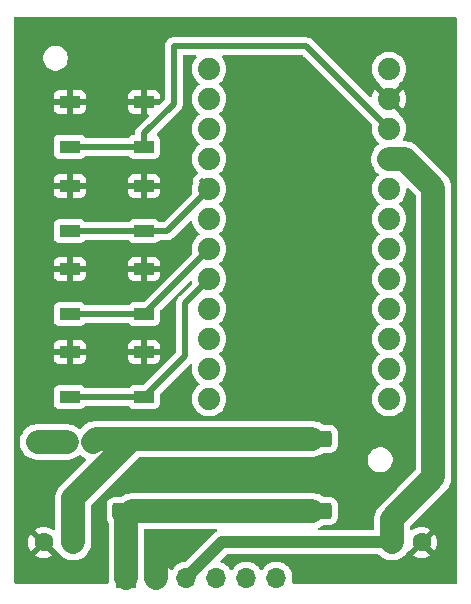
<source format=gbr>
%TF.GenerationSoftware,KiCad,Pcbnew,8.0.2-8.0.2-0~ubuntu22.04.1*%
%TF.CreationDate,2024-05-15T17:29:59+09:00*%
%TF.ProjectId,microcontroller_board,6d696372-6f63-46f6-9e74-726f6c6c6572,rev?*%
%TF.SameCoordinates,Original*%
%TF.FileFunction,Copper,L1,Top*%
%TF.FilePolarity,Positive*%
%FSLAX46Y46*%
G04 Gerber Fmt 4.6, Leading zero omitted, Abs format (unit mm)*
G04 Created by KiCad (PCBNEW 8.0.2-8.0.2-0~ubuntu22.04.1) date 2024-05-15 17:29:59*
%MOMM*%
%LPD*%
G01*
G04 APERTURE LIST*
G04 Aperture macros list*
%AMRoundRect*
0 Rectangle with rounded corners*
0 $1 Rounding radius*
0 $2 $3 $4 $5 $6 $7 $8 $9 X,Y pos of 4 corners*
0 Add a 4 corners polygon primitive as box body*
4,1,4,$2,$3,$4,$5,$6,$7,$8,$9,$2,$3,0*
0 Add four circle primitives for the rounded corners*
1,1,$1+$1,$2,$3*
1,1,$1+$1,$4,$5*
1,1,$1+$1,$6,$7*
1,1,$1+$1,$8,$9*
0 Add four rect primitives between the rounded corners*
20,1,$1+$1,$2,$3,$4,$5,0*
20,1,$1+$1,$4,$5,$6,$7,0*
20,1,$1+$1,$6,$7,$8,$9,0*
20,1,$1+$1,$8,$9,$2,$3,0*%
G04 Aperture macros list end*
%TA.AperFunction,SMDPad,CuDef*%
%ADD10R,1.700000X1.000000*%
%TD*%
%TA.AperFunction,SMDPad,CuDef*%
%ADD11RoundRect,0.250000X-0.325000X-0.450000X0.325000X-0.450000X0.325000X0.450000X-0.325000X0.450000X0*%
%TD*%
%TA.AperFunction,SMDPad,CuDef*%
%ADD12RoundRect,0.249999X-1.425001X0.450001X-1.425001X-0.450001X1.425001X-0.450001X1.425001X0.450001X0*%
%TD*%
%TA.AperFunction,ComponentPad*%
%ADD13C,1.600000*%
%TD*%
%TA.AperFunction,ComponentPad*%
%ADD14C,1.879600*%
%TD*%
%TA.AperFunction,ComponentPad*%
%ADD15R,1.700000X1.700000*%
%TD*%
%TA.AperFunction,ComponentPad*%
%ADD16O,1.700000X1.700000*%
%TD*%
%TA.AperFunction,ViaPad*%
%ADD17C,0.800000*%
%TD*%
%TA.AperFunction,Conductor*%
%ADD18C,1.000000*%
%TD*%
%TA.AperFunction,Conductor*%
%ADD19C,2.000000*%
%TD*%
%TA.AperFunction,Conductor*%
%ADD20C,0.500000*%
%TD*%
G04 APERTURE END LIST*
D10*
%TO.P,S4,1,1*%
%TO.N,Net-(B1-\u002A5)*%
X96200000Y-66200000D03*
%TO.P,S4,2,2*%
X102500000Y-66200000D03*
%TO.P,S4,3,3*%
%TO.N,GND1*%
X96200000Y-62400000D03*
%TO.P,S4,4,4*%
X102500000Y-62400000D03*
%TD*%
D11*
%TO.P,F1,1*%
%TO.N,+5V_1*%
X95950000Y-70000000D03*
%TO.P,F1,2*%
%TO.N,/5V_AFTER_FUSE*%
X98000000Y-70000000D03*
%TD*%
D12*
%TO.P,R11,1*%
%TO.N,/5V_AFTER_FUSE*%
X111660000Y-69745000D03*
%TO.P,R11,2*%
%TO.N,/LED_POWER_1*%
X111660000Y-75845000D03*
%TD*%
D13*
%TO.P,C1,1*%
%TO.N,/5V_AFTER_FUSE*%
X96500000Y-78500000D03*
%TO.P,C1,2*%
%TO.N,GND1*%
X94000000Y-78500000D03*
%TD*%
D14*
%TO.P,B1,1,TXO*%
%TO.N,unconnected-(B1-TXO-Pad1)*%
X108000000Y-38420000D03*
%TO.P,B1,2,RXI*%
%TO.N,unconnected-(B1-RXI-Pad2)*%
X108000000Y-40960000D03*
%TO.P,B1,3,GND*%
%TO.N,unconnected-(B1-GND-Pad3)*%
X108000000Y-43500000D03*
%TO.P,B1,4,GND*%
%TO.N,unconnected-(B1-GND-Pad4)*%
X108000000Y-46040000D03*
%TO.P,B1,5,2*%
%TO.N,Net-(B1-2)*%
X108000000Y-48580000D03*
%TO.P,B1,6,\u002A3*%
%TO.N,/LED_CONTROL_1*%
X108000000Y-51120000D03*
%TO.P,B1,7,4*%
%TO.N,Net-(B1-4)*%
X108000000Y-53660000D03*
%TO.P,B1,8,\u002A5*%
%TO.N,Net-(B1-\u002A5)*%
X108000000Y-56200000D03*
%TO.P,B1,9,\u002A6*%
%TO.N,unconnected-(B1-\u002A6-Pad9)*%
X108000000Y-58740000D03*
%TO.P,B1,10,7*%
%TO.N,unconnected-(B1-7-Pad10)*%
X108000000Y-61280000D03*
%TO.P,B1,11,8*%
%TO.N,unconnected-(B1-8-Pad11)*%
X108000000Y-63820000D03*
%TO.P,B1,12,\u002A9*%
%TO.N,unconnected-(B1-\u002A9-Pad12)*%
X108000000Y-66360000D03*
%TO.P,B1,13,\u002A10*%
%TO.N,unconnected-(B1-\u002A10-Pad13)*%
X123240000Y-66360000D03*
%TO.P,B1,14,11(MOSI)*%
%TO.N,unconnected-(B1-11(MOSI)-Pad14)*%
X123240000Y-63820000D03*
%TO.P,B1,15,12(MISO)*%
%TO.N,unconnected-(B1-12(MISO)-Pad15)*%
X123240000Y-61280000D03*
%TO.P,B1,16,13(SCK)*%
%TO.N,unconnected-(B1-13(SCK)-Pad16)*%
X123240000Y-58740000D03*
%TO.P,B1,17,A0*%
%TO.N,/RIGHT_SIGNAL_1*%
X123240000Y-56200000D03*
%TO.P,B1,18,A1*%
%TO.N,/LEFT_SIGNAL_1*%
X123240000Y-53660000D03*
%TO.P,B1,19,A2*%
%TO.N,unconnected-(B1-A2-Pad19)*%
X123240000Y-51120000D03*
%TO.P,B1,20,A3*%
%TO.N,unconnected-(B1-A3-Pad20)*%
X123240000Y-48580000D03*
%TO.P,B1,21,VCC*%
%TO.N,/VCC_1*%
X123240000Y-46040000D03*
%TO.P,B1,22,RESET*%
%TO.N,Net-(B1-RESET)*%
X123240000Y-43500000D03*
%TO.P,B1,23,GND*%
%TO.N,GND1*%
X123240000Y-40960000D03*
%TO.P,B1,24,RAW*%
%TO.N,+5V_1*%
X123240000Y-38420000D03*
%TD*%
D10*
%TO.P,S2,1,1*%
%TO.N,Net-(B1-2)*%
X96200000Y-52146000D03*
%TO.P,S2,2,2*%
X102500000Y-52146000D03*
%TO.P,S2,3,3*%
%TO.N,GND1*%
X96200000Y-48346000D03*
%TO.P,S2,4,4*%
X102500000Y-48346000D03*
%TD*%
D15*
%TO.P,J1,1,Pin_1*%
%TO.N,/LED_POWER_1*%
X101000000Y-81500000D03*
D16*
%TO.P,J1,2,Pin_2*%
%TO.N,GND1*%
X103540000Y-81500000D03*
%TO.P,J1,3,Pin_3*%
%TO.N,/VCC_1*%
X106080000Y-81500000D03*
%TO.P,J1,4,Pin_4*%
%TO.N,/LED_CONTROL_1*%
X108620000Y-81500000D03*
%TO.P,J1,5,Pin_5*%
%TO.N,/LEFT_SIGNAL_1*%
X111160000Y-81500000D03*
%TO.P,J1,6,Pin_6*%
%TO.N,/RIGHT_SIGNAL_1*%
X113700000Y-81500000D03*
%TD*%
D12*
%TO.P,R13,1*%
%TO.N,/5V_AFTER_FUSE*%
X101500000Y-69745000D03*
%TO.P,R13,2*%
%TO.N,/LED_POWER_1*%
X101500000Y-75845000D03*
%TD*%
D10*
%TO.P,S1,1,1*%
%TO.N,Net-(B1-RESET)*%
X96200000Y-45000000D03*
%TO.P,S1,2,2*%
X102500000Y-45000000D03*
%TO.P,S1,3,3*%
%TO.N,GND1*%
X96200000Y-41200000D03*
%TO.P,S1,4,4*%
X102500000Y-41200000D03*
%TD*%
D12*
%TO.P,R10,1*%
%TO.N,/5V_AFTER_FUSE*%
X116740000Y-69745000D03*
%TO.P,R10,2*%
%TO.N,/LED_POWER_1*%
X116740000Y-75845000D03*
%TD*%
D13*
%TO.P,C2,1*%
%TO.N,/VCC_1*%
X123500000Y-78500000D03*
%TO.P,C2,2*%
%TO.N,GND1*%
X126000000Y-78500000D03*
%TD*%
D12*
%TO.P,R12,1*%
%TO.N,/5V_AFTER_FUSE*%
X106580000Y-69745000D03*
%TO.P,R12,2*%
%TO.N,/LED_POWER_1*%
X106580000Y-75845000D03*
%TD*%
D10*
%TO.P,S3,1,1*%
%TO.N,Net-(B1-4)*%
X96200000Y-59173000D03*
%TO.P,S3,2,2*%
X102500000Y-59173000D03*
%TO.P,S3,3,3*%
%TO.N,GND1*%
X96200000Y-55373000D03*
%TO.P,S3,4,4*%
X102500000Y-55373000D03*
%TD*%
D17*
%TO.N,+5V_1*%
X93500000Y-70000000D03*
%TD*%
D18*
%TO.N,/VCC_1*%
X123500000Y-78500000D02*
X109080000Y-78500000D01*
D19*
X123500000Y-76500000D02*
X123500000Y-78500000D01*
D18*
X109080000Y-78500000D02*
X106080000Y-81500000D01*
D19*
X127000000Y-73000000D02*
X123500000Y-76500000D01*
X127000000Y-48470923D02*
X127000000Y-73000000D01*
X124569077Y-46040000D02*
X127000000Y-48470923D01*
X123240000Y-46040000D02*
X124569077Y-46040000D01*
%TO.N,GND1*%
X103540000Y-81500000D02*
X103540000Y-79960000D01*
X103540000Y-79960000D02*
X104000000Y-79500000D01*
D20*
%TO.N,Net-(B1-RESET)*%
X102500000Y-43877000D02*
X102500000Y-45000000D01*
X105000000Y-36500000D02*
X105000000Y-41377000D01*
X123240000Y-43500000D02*
X116240000Y-36500000D01*
X116240000Y-36500000D02*
X105000000Y-36500000D01*
X96200000Y-45000000D02*
X102500000Y-45000000D01*
X105000000Y-41377000D02*
X102500000Y-43877000D01*
D19*
%TO.N,/5V_AFTER_FUSE*%
X101500000Y-69745000D02*
X98405000Y-69745000D01*
X96500000Y-74745000D02*
X101500000Y-69745000D01*
X96500000Y-78500000D02*
X96500000Y-74745000D01*
X98405000Y-69745000D02*
X98150000Y-70000000D01*
X101500000Y-69745000D02*
X116740000Y-69745000D01*
%TO.N,+5V_1*%
X93500000Y-70000000D02*
X95950000Y-70000000D01*
%TO.N,/LED_POWER_1*%
X101000000Y-76345000D02*
X101500000Y-75845000D01*
X101500000Y-75845000D02*
X116740000Y-75845000D01*
X101000000Y-81500000D02*
X101000000Y-76345000D01*
D20*
%TO.N,Net-(B1-\u002A5)*%
X96200000Y-66200000D02*
X102500000Y-66200000D01*
X102500000Y-66200000D02*
X106000000Y-62700000D01*
X106000000Y-62700000D02*
X106000000Y-58200000D01*
X108000000Y-56200000D02*
X106000000Y-58200000D01*
%TO.N,Net-(B1-4)*%
X96200000Y-59173000D02*
X102500000Y-59173000D01*
X102500000Y-59173000D02*
X102500000Y-59160000D01*
X102500000Y-59160000D02*
X108000000Y-53660000D01*
%TO.N,Net-(B1-2)*%
X107366000Y-47946000D02*
X108000000Y-48580000D01*
X102500000Y-52146000D02*
X104434000Y-52146000D01*
X108000000Y-48580000D02*
X107920000Y-48580000D01*
X104434000Y-52146000D02*
X108000000Y-48580000D01*
X96200000Y-52146000D02*
X102500000Y-52146000D01*
%TD*%
%TA.AperFunction,Conductor*%
%TO.N,GND1*%
G36*
X128942121Y-34020002D02*
G01*
X128988614Y-34073658D01*
X129000000Y-34126000D01*
X129000000Y-81874000D01*
X128979998Y-81942121D01*
X128926342Y-81988614D01*
X128874000Y-82000000D01*
X115136649Y-82000000D01*
X115068528Y-81979998D01*
X115022035Y-81926342D01*
X115011931Y-81856068D01*
X115014505Y-81843068D01*
X115042125Y-81733998D01*
X115044564Y-81724368D01*
X115063156Y-81500000D01*
X115044564Y-81275632D01*
X114989296Y-81057384D01*
X114898860Y-80851209D01*
X114881597Y-80824786D01*
X114775724Y-80662734D01*
X114775720Y-80662729D01*
X114659570Y-80536559D01*
X114623240Y-80497094D01*
X114623239Y-80497093D01*
X114623237Y-80497091D01*
X114528924Y-80423684D01*
X114445576Y-80358811D01*
X114247574Y-80251658D01*
X114247572Y-80251657D01*
X114247571Y-80251656D01*
X114034639Y-80178557D01*
X114034630Y-80178555D01*
X113957029Y-80165606D01*
X113812569Y-80141500D01*
X113587431Y-80141500D01*
X113442971Y-80165606D01*
X113365369Y-80178555D01*
X113365360Y-80178557D01*
X113152428Y-80251656D01*
X113152426Y-80251658D01*
X112954426Y-80358810D01*
X112954424Y-80358811D01*
X112776762Y-80497091D01*
X112624279Y-80662729D01*
X112535483Y-80798643D01*
X112481479Y-80844731D01*
X112411131Y-80854306D01*
X112346774Y-80824329D01*
X112324517Y-80798643D01*
X112235720Y-80662729D01*
X112119570Y-80536559D01*
X112083240Y-80497094D01*
X112083239Y-80497093D01*
X112083237Y-80497091D01*
X111988924Y-80423684D01*
X111905576Y-80358811D01*
X111707574Y-80251658D01*
X111707572Y-80251657D01*
X111707571Y-80251656D01*
X111494639Y-80178557D01*
X111494630Y-80178555D01*
X111417029Y-80165606D01*
X111272569Y-80141500D01*
X111047431Y-80141500D01*
X110902971Y-80165606D01*
X110825369Y-80178555D01*
X110825360Y-80178557D01*
X110612428Y-80251656D01*
X110612426Y-80251658D01*
X110414426Y-80358810D01*
X110414424Y-80358811D01*
X110236762Y-80497091D01*
X110084279Y-80662729D01*
X109995483Y-80798643D01*
X109941479Y-80844731D01*
X109871131Y-80854306D01*
X109806774Y-80824329D01*
X109784517Y-80798643D01*
X109695720Y-80662729D01*
X109579570Y-80536559D01*
X109543240Y-80497094D01*
X109543239Y-80497093D01*
X109543237Y-80497091D01*
X109448924Y-80423684D01*
X109365576Y-80358811D01*
X109167574Y-80251658D01*
X109167572Y-80251657D01*
X109167571Y-80251656D01*
X109051035Y-80211650D01*
X108993100Y-80170613D01*
X108966548Y-80104768D01*
X108979809Y-80035021D01*
X109002848Y-80003385D01*
X109460831Y-79545404D01*
X109523143Y-79511379D01*
X109549926Y-79508500D01*
X122322968Y-79508500D01*
X122391089Y-79528502D01*
X122412058Y-79545400D01*
X122517278Y-79650620D01*
X122709373Y-79790185D01*
X122920937Y-79897982D01*
X123146759Y-79971356D01*
X123381278Y-80008500D01*
X123381281Y-80008500D01*
X123618719Y-80008500D01*
X123618722Y-80008500D01*
X123853241Y-79971356D01*
X124079063Y-79897982D01*
X124290627Y-79790185D01*
X124482722Y-79650620D01*
X124650620Y-79482722D01*
X124790185Y-79290627D01*
X124790191Y-79290614D01*
X124792170Y-79287386D01*
X124844812Y-79239748D01*
X124910593Y-79227687D01*
X124912900Y-79227888D01*
X125600000Y-78540788D01*
X125600000Y-78552661D01*
X125627259Y-78654394D01*
X125679920Y-78745606D01*
X125754394Y-78820080D01*
X125845606Y-78872741D01*
X125947339Y-78900000D01*
X125959210Y-78900000D01*
X125272110Y-79587098D01*
X125272110Y-79587100D01*
X125343498Y-79637086D01*
X125550926Y-79733811D01*
X125550931Y-79733813D01*
X125771999Y-79793048D01*
X125771995Y-79793048D01*
X126000000Y-79812995D01*
X126228002Y-79793048D01*
X126449068Y-79733813D01*
X126449073Y-79733811D01*
X126656497Y-79637088D01*
X126727888Y-79587099D01*
X126727888Y-79587097D01*
X126040791Y-78900000D01*
X126052661Y-78900000D01*
X126154394Y-78872741D01*
X126245606Y-78820080D01*
X126320080Y-78745606D01*
X126372741Y-78654394D01*
X126400000Y-78552661D01*
X126400000Y-78540791D01*
X127087097Y-79227888D01*
X127087099Y-79227888D01*
X127137088Y-79156497D01*
X127233811Y-78949073D01*
X127233813Y-78949068D01*
X127293048Y-78728002D01*
X127312995Y-78500000D01*
X127293048Y-78271997D01*
X127233813Y-78050931D01*
X127233811Y-78050926D01*
X127137086Y-77843498D01*
X127087100Y-77772110D01*
X127087098Y-77772110D01*
X126400000Y-78459208D01*
X126400000Y-78447339D01*
X126372741Y-78345606D01*
X126320080Y-78254394D01*
X126245606Y-78179920D01*
X126154394Y-78127259D01*
X126052661Y-78100000D01*
X126040789Y-78100000D01*
X126727888Y-77412899D01*
X126727888Y-77412898D01*
X126656501Y-77362913D01*
X126449073Y-77266188D01*
X126449068Y-77266186D01*
X126228000Y-77206951D01*
X126228004Y-77206951D01*
X126000000Y-77187004D01*
X125771997Y-77206951D01*
X125550931Y-77266186D01*
X125550926Y-77266188D01*
X125343498Y-77362913D01*
X125206770Y-77458651D01*
X125139496Y-77481339D01*
X125070636Y-77464054D01*
X125022052Y-77412284D01*
X125008500Y-77355438D01*
X125008500Y-77177030D01*
X125028502Y-77108909D01*
X125045400Y-77087940D01*
X127975535Y-74157804D01*
X127975549Y-74157793D01*
X128150615Y-73982727D01*
X128150620Y-73982722D01*
X128290185Y-73790627D01*
X128390178Y-73594380D01*
X128397982Y-73579064D01*
X128471356Y-73353241D01*
X128508500Y-73118722D01*
X128508500Y-72881279D01*
X128508500Y-48352201D01*
X128471356Y-48117682D01*
X128397982Y-47891860D01*
X128290185Y-47680296D01*
X128150620Y-47488201D01*
X127982722Y-47320303D01*
X127982721Y-47320302D01*
X125724106Y-45061688D01*
X125724087Y-45061667D01*
X125551804Y-44889384D01*
X125551801Y-44889382D01*
X125551799Y-44889380D01*
X125387486Y-44770000D01*
X125359707Y-44749817D01*
X125359706Y-44749816D01*
X125359704Y-44749815D01*
X125148140Y-44642018D01*
X125148137Y-44642017D01*
X125148135Y-44642016D01*
X124922322Y-44568645D01*
X124922320Y-44568644D01*
X124922318Y-44568644D01*
X124687799Y-44531499D01*
X124528918Y-44531499D01*
X124460797Y-44511497D01*
X124414304Y-44457841D01*
X124404200Y-44387567D01*
X124423435Y-44336583D01*
X124518108Y-44191677D01*
X124614522Y-43971874D01*
X124673443Y-43739199D01*
X124693264Y-43500000D01*
X124673443Y-43260801D01*
X124651839Y-43175488D01*
X124614523Y-43028129D01*
X124614522Y-43028128D01*
X124614522Y-43028126D01*
X124518108Y-42808323D01*
X124386829Y-42607387D01*
X124224269Y-42430799D01*
X124093623Y-42329113D01*
X124052153Y-42271488D01*
X124048419Y-42200590D01*
X124068672Y-42165100D01*
X124069678Y-42148889D01*
X123371479Y-41450690D01*
X123436081Y-41433381D01*
X123551920Y-41366502D01*
X123646502Y-41271920D01*
X123713381Y-41156081D01*
X123730690Y-41091481D01*
X124427955Y-41788746D01*
X124427956Y-41788746D01*
X124517667Y-41651434D01*
X124614045Y-41431714D01*
X124614048Y-41431707D01*
X124672946Y-41199124D01*
X124692761Y-40960000D01*
X124672946Y-40720875D01*
X124614048Y-40488292D01*
X124614045Y-40488285D01*
X124517667Y-40268565D01*
X124427956Y-40131252D01*
X123730690Y-40828518D01*
X123713381Y-40763919D01*
X123646502Y-40648080D01*
X123551920Y-40553498D01*
X123436081Y-40486619D01*
X123371480Y-40469309D01*
X124069678Y-39771110D01*
X124068683Y-39755091D01*
X124052153Y-39732120D01*
X124048421Y-39661222D01*
X124083612Y-39599561D01*
X124093625Y-39590885D01*
X124224269Y-39489201D01*
X124386829Y-39312613D01*
X124518108Y-39111677D01*
X124614522Y-38891874D01*
X124673443Y-38659199D01*
X124693264Y-38420000D01*
X124673443Y-38180801D01*
X124670621Y-38169656D01*
X124614523Y-37948129D01*
X124614522Y-37948128D01*
X124614522Y-37948126D01*
X124518108Y-37728323D01*
X124386829Y-37527387D01*
X124331250Y-37467012D01*
X124224274Y-37350804D01*
X124224272Y-37350802D01*
X124224269Y-37350799D01*
X124034860Y-37203376D01*
X123823769Y-37089140D01*
X123823766Y-37089139D01*
X123823765Y-37089138D01*
X123596759Y-37011206D01*
X123596750Y-37011204D01*
X123549674Y-37003348D01*
X123360010Y-36971700D01*
X123119990Y-36971700D01*
X122961974Y-36998067D01*
X122883249Y-37011204D01*
X122883240Y-37011206D01*
X122656234Y-37089138D01*
X122656231Y-37089140D01*
X122445140Y-37203376D01*
X122445138Y-37203377D01*
X122445137Y-37203378D01*
X122255730Y-37350800D01*
X122255725Y-37350804D01*
X122093176Y-37527380D01*
X122093172Y-37527385D01*
X122093171Y-37527387D01*
X122043465Y-37603467D01*
X121961892Y-37728323D01*
X121865477Y-37948128D01*
X121865476Y-37948129D01*
X121806558Y-38180793D01*
X121806557Y-38180799D01*
X121806557Y-38180801D01*
X121786736Y-38420000D01*
X121794204Y-38510129D01*
X121806558Y-38659206D01*
X121865476Y-38891870D01*
X121865477Y-38891871D01*
X121865478Y-38891874D01*
X121961892Y-39111677D01*
X122093171Y-39312613D01*
X122093174Y-39312617D01*
X122093176Y-39312619D01*
X122255725Y-39489195D01*
X122255731Y-39489201D01*
X122255734Y-39489203D01*
X122255737Y-39489206D01*
X122386373Y-39590885D01*
X122427844Y-39648510D01*
X122431577Y-39719408D01*
X122411327Y-39754890D01*
X122410319Y-39771110D01*
X123108518Y-40469309D01*
X123043919Y-40486619D01*
X122928080Y-40553498D01*
X122833498Y-40648080D01*
X122766619Y-40763919D01*
X122749309Y-40828519D01*
X122052042Y-40131251D01*
X122052041Y-40131252D01*
X121962338Y-40268553D01*
X121962331Y-40268567D01*
X121865954Y-40488285D01*
X121865951Y-40488292D01*
X121806226Y-40724142D01*
X121770114Y-40785268D01*
X121706686Y-40817167D01*
X121636082Y-40809710D01*
X121594987Y-40782306D01*
X116723519Y-35910838D01*
X116723518Y-35910837D01*
X116723515Y-35910834D01*
X116599284Y-35827826D01*
X116461247Y-35770649D01*
X116387976Y-35756074D01*
X116387975Y-35756073D01*
X116314711Y-35741500D01*
X116314706Y-35741500D01*
X105074706Y-35741500D01*
X104925294Y-35741500D01*
X104925290Y-35741500D01*
X104778753Y-35770649D01*
X104778750Y-35770650D01*
X104640715Y-35827826D01*
X104516488Y-35910832D01*
X104516481Y-35910837D01*
X104410837Y-36016481D01*
X104410832Y-36016488D01*
X104327826Y-36140715D01*
X104270650Y-36278750D01*
X104270649Y-36278753D01*
X104241500Y-36425290D01*
X104241500Y-41010629D01*
X104221498Y-41078750D01*
X104204595Y-41099724D01*
X103887224Y-41417095D01*
X103824912Y-41451121D01*
X103798129Y-41454000D01*
X102754000Y-41454000D01*
X102754000Y-42208000D01*
X102792129Y-42208000D01*
X102860250Y-42228002D01*
X102906743Y-42281658D01*
X102916847Y-42351932D01*
X102887353Y-42416512D01*
X102881224Y-42423095D01*
X101910836Y-43393482D01*
X101910831Y-43393489D01*
X101839662Y-43500001D01*
X101827828Y-43517711D01*
X101770650Y-43655750D01*
X101770649Y-43655753D01*
X101741500Y-43802290D01*
X101741500Y-43865500D01*
X101721498Y-43933621D01*
X101667842Y-43980114D01*
X101615500Y-43991500D01*
X101601350Y-43991500D01*
X101540803Y-43998009D01*
X101540795Y-43998011D01*
X101403797Y-44049110D01*
X101403792Y-44049112D01*
X101286738Y-44136738D01*
X101246113Y-44191009D01*
X101189278Y-44233556D01*
X101145245Y-44241500D01*
X97554755Y-44241500D01*
X97486634Y-44221498D01*
X97453887Y-44191009D01*
X97413261Y-44136738D01*
X97296207Y-44049112D01*
X97296202Y-44049110D01*
X97159204Y-43998011D01*
X97159196Y-43998009D01*
X97098649Y-43991500D01*
X97098638Y-43991500D01*
X95301362Y-43991500D01*
X95301350Y-43991500D01*
X95240803Y-43998009D01*
X95240795Y-43998011D01*
X95103797Y-44049110D01*
X95103792Y-44049112D01*
X94986738Y-44136738D01*
X94899112Y-44253792D01*
X94899110Y-44253797D01*
X94848011Y-44390795D01*
X94848009Y-44390803D01*
X94841500Y-44451350D01*
X94841500Y-45548649D01*
X94848009Y-45609196D01*
X94848011Y-45609204D01*
X94899110Y-45746202D01*
X94899112Y-45746207D01*
X94986738Y-45863261D01*
X95103792Y-45950887D01*
X95103794Y-45950888D01*
X95103796Y-45950889D01*
X95162875Y-45972924D01*
X95240795Y-46001988D01*
X95240803Y-46001990D01*
X95301350Y-46008499D01*
X95301355Y-46008499D01*
X95301362Y-46008500D01*
X95301368Y-46008500D01*
X97098632Y-46008500D01*
X97098638Y-46008500D01*
X97098645Y-46008499D01*
X97098649Y-46008499D01*
X97159196Y-46001990D01*
X97159199Y-46001989D01*
X97159201Y-46001989D01*
X97296204Y-45950889D01*
X97413261Y-45863261D01*
X97453887Y-45808991D01*
X97510722Y-45766444D01*
X97554755Y-45758500D01*
X101145245Y-45758500D01*
X101213366Y-45778502D01*
X101246113Y-45808991D01*
X101286738Y-45863261D01*
X101403792Y-45950887D01*
X101403794Y-45950888D01*
X101403796Y-45950889D01*
X101462875Y-45972924D01*
X101540795Y-46001988D01*
X101540803Y-46001990D01*
X101601350Y-46008499D01*
X101601355Y-46008499D01*
X101601362Y-46008500D01*
X101601368Y-46008500D01*
X103398632Y-46008500D01*
X103398638Y-46008500D01*
X103398645Y-46008499D01*
X103398649Y-46008499D01*
X103459196Y-46001990D01*
X103459199Y-46001989D01*
X103459201Y-46001989D01*
X103596204Y-45950889D01*
X103713261Y-45863261D01*
X103776711Y-45778502D01*
X103800887Y-45746207D01*
X103800887Y-45746206D01*
X103800889Y-45746204D01*
X103851989Y-45609201D01*
X103858500Y-45548638D01*
X103858500Y-44451362D01*
X103852185Y-44392619D01*
X103851990Y-44390803D01*
X103851988Y-44390795D01*
X103800889Y-44253797D01*
X103800887Y-44253792D01*
X103713262Y-44136740D01*
X103713259Y-44136738D01*
X103668551Y-44103269D01*
X103600729Y-44052498D01*
X103558183Y-43995662D01*
X103553119Y-43924846D01*
X103587142Y-43862537D01*
X105589166Y-41860515D01*
X105672174Y-41736284D01*
X105729351Y-41598247D01*
X105758500Y-41451705D01*
X105758500Y-41302295D01*
X105758500Y-37384500D01*
X105778502Y-37316379D01*
X105832158Y-37269886D01*
X105884500Y-37258500D01*
X106813447Y-37258500D01*
X106881568Y-37278502D01*
X106928061Y-37332158D01*
X106938165Y-37402432D01*
X106908671Y-37467012D01*
X106906149Y-37469837D01*
X106853173Y-37527384D01*
X106721892Y-37728323D01*
X106625477Y-37948128D01*
X106625476Y-37948129D01*
X106566558Y-38180793D01*
X106566557Y-38180799D01*
X106566557Y-38180801D01*
X106546736Y-38420000D01*
X106554204Y-38510129D01*
X106566558Y-38659206D01*
X106625476Y-38891870D01*
X106625477Y-38891871D01*
X106625478Y-38891874D01*
X106721892Y-39111677D01*
X106853171Y-39312613D01*
X106853174Y-39312617D01*
X106853176Y-39312619D01*
X107015725Y-39489195D01*
X107015731Y-39489201D01*
X107015734Y-39489203D01*
X107015737Y-39489206D01*
X107145967Y-39590569D01*
X107187438Y-39648194D01*
X107191171Y-39719092D01*
X107155981Y-39780754D01*
X107145967Y-39789431D01*
X107015737Y-39890793D01*
X107015725Y-39890804D01*
X106853176Y-40067380D01*
X106853172Y-40067385D01*
X106853171Y-40067387D01*
X106811446Y-40131252D01*
X106721892Y-40268323D01*
X106625477Y-40488128D01*
X106625476Y-40488129D01*
X106566558Y-40720793D01*
X106566557Y-40720799D01*
X106566557Y-40720801D01*
X106561215Y-40785268D01*
X106546736Y-40960000D01*
X106566558Y-41199206D01*
X106625476Y-41431870D01*
X106625477Y-41431871D01*
X106625478Y-41431874D01*
X106721892Y-41651677D01*
X106853171Y-41852613D01*
X106853174Y-41852617D01*
X106853176Y-41852619D01*
X106939106Y-41945964D01*
X107015731Y-42029201D01*
X107015734Y-42029203D01*
X107015737Y-42029206D01*
X107145967Y-42130569D01*
X107187438Y-42188194D01*
X107191171Y-42259092D01*
X107155981Y-42320754D01*
X107145967Y-42329431D01*
X107015737Y-42430793D01*
X107015725Y-42430804D01*
X106853176Y-42607380D01*
X106721892Y-42808323D01*
X106625477Y-43028128D01*
X106625476Y-43028129D01*
X106566558Y-43260793D01*
X106566558Y-43260796D01*
X106566557Y-43260801D01*
X106546736Y-43500000D01*
X106559642Y-43655754D01*
X106566558Y-43739206D01*
X106625476Y-43971870D01*
X106625477Y-43971871D01*
X106625478Y-43971874D01*
X106721892Y-44191677D01*
X106853171Y-44392613D01*
X106853174Y-44392617D01*
X106853176Y-44392619D01*
X107015218Y-44568644D01*
X107015731Y-44569201D01*
X107015734Y-44569203D01*
X107015737Y-44569206D01*
X107145967Y-44670569D01*
X107187438Y-44728194D01*
X107191171Y-44799092D01*
X107155981Y-44860754D01*
X107145967Y-44869431D01*
X107015737Y-44970793D01*
X107015725Y-44970804D01*
X106853176Y-45147380D01*
X106853172Y-45147385D01*
X106853171Y-45147387D01*
X106786540Y-45249373D01*
X106721892Y-45348323D01*
X106625477Y-45568128D01*
X106625476Y-45568129D01*
X106566558Y-45800793D01*
X106566557Y-45800799D01*
X106566557Y-45800801D01*
X106546736Y-46040000D01*
X106556573Y-46158718D01*
X106566558Y-46279206D01*
X106625476Y-46511870D01*
X106625477Y-46511871D01*
X106625478Y-46511874D01*
X106721892Y-46731677D01*
X106853171Y-46932613D01*
X106853173Y-46932615D01*
X107006421Y-47099088D01*
X107037841Y-47162753D01*
X107029854Y-47233299D01*
X106984995Y-47288328D01*
X106983721Y-47289190D01*
X106952577Y-47310000D01*
X106882485Y-47356834D01*
X106882483Y-47356835D01*
X106882480Y-47356838D01*
X106776838Y-47462480D01*
X106776833Y-47462486D01*
X106693826Y-47586716D01*
X106636651Y-47724747D01*
X106636649Y-47724752D01*
X106607500Y-47871292D01*
X106607500Y-48020710D01*
X106619594Y-48081509D01*
X106618160Y-48137020D01*
X106566557Y-48340797D01*
X106554864Y-48481911D01*
X106546736Y-48580000D01*
X106566557Y-48819199D01*
X106566557Y-48819201D01*
X106566558Y-48819205D01*
X106573545Y-48846799D01*
X106570876Y-48917745D01*
X106540495Y-48966822D01*
X104156724Y-51350595D01*
X104094412Y-51384620D01*
X104067629Y-51387500D01*
X103854755Y-51387500D01*
X103786634Y-51367498D01*
X103753887Y-51337009D01*
X103713261Y-51282738D01*
X103596207Y-51195112D01*
X103596202Y-51195110D01*
X103459204Y-51144011D01*
X103459196Y-51144009D01*
X103398649Y-51137500D01*
X103398638Y-51137500D01*
X101601362Y-51137500D01*
X101601350Y-51137500D01*
X101540803Y-51144009D01*
X101540795Y-51144011D01*
X101403797Y-51195110D01*
X101403792Y-51195112D01*
X101286738Y-51282738D01*
X101246113Y-51337009D01*
X101189278Y-51379556D01*
X101145245Y-51387500D01*
X97554755Y-51387500D01*
X97486634Y-51367498D01*
X97453887Y-51337009D01*
X97413261Y-51282738D01*
X97296207Y-51195112D01*
X97296202Y-51195110D01*
X97159204Y-51144011D01*
X97159196Y-51144009D01*
X97098649Y-51137500D01*
X97098638Y-51137500D01*
X95301362Y-51137500D01*
X95301350Y-51137500D01*
X95240803Y-51144009D01*
X95240795Y-51144011D01*
X95103797Y-51195110D01*
X95103792Y-51195112D01*
X94986738Y-51282738D01*
X94899112Y-51399792D01*
X94899110Y-51399797D01*
X94848011Y-51536795D01*
X94848009Y-51536803D01*
X94841500Y-51597350D01*
X94841500Y-52694649D01*
X94848009Y-52755196D01*
X94848011Y-52755204D01*
X94899110Y-52892202D01*
X94899112Y-52892207D01*
X94986738Y-53009261D01*
X95103792Y-53096887D01*
X95103794Y-53096888D01*
X95103796Y-53096889D01*
X95162875Y-53118924D01*
X95240795Y-53147988D01*
X95240803Y-53147990D01*
X95301350Y-53154499D01*
X95301355Y-53154499D01*
X95301362Y-53154500D01*
X95301368Y-53154500D01*
X97098632Y-53154500D01*
X97098638Y-53154500D01*
X97098645Y-53154499D01*
X97098649Y-53154499D01*
X97159196Y-53147990D01*
X97159199Y-53147989D01*
X97159201Y-53147989D01*
X97296204Y-53096889D01*
X97413261Y-53009261D01*
X97453887Y-52954991D01*
X97510722Y-52912444D01*
X97554755Y-52904500D01*
X101145245Y-52904500D01*
X101213366Y-52924502D01*
X101246113Y-52954991D01*
X101286738Y-53009261D01*
X101403792Y-53096887D01*
X101403794Y-53096888D01*
X101403796Y-53096889D01*
X101462875Y-53118924D01*
X101540795Y-53147988D01*
X101540803Y-53147990D01*
X101601350Y-53154499D01*
X101601355Y-53154499D01*
X101601362Y-53154500D01*
X101601368Y-53154500D01*
X103398632Y-53154500D01*
X103398638Y-53154500D01*
X103398645Y-53154499D01*
X103398649Y-53154499D01*
X103459196Y-53147990D01*
X103459199Y-53147989D01*
X103459201Y-53147989D01*
X103596204Y-53096889D01*
X103713261Y-53009261D01*
X103753887Y-52954991D01*
X103810722Y-52912444D01*
X103854755Y-52904500D01*
X104508701Y-52904500D01*
X104508705Y-52904500D01*
X104508706Y-52904500D01*
X104581976Y-52889925D01*
X104655247Y-52875351D01*
X104793284Y-52818174D01*
X104917515Y-52735166D01*
X106354578Y-51298101D01*
X106416887Y-51264079D01*
X106487702Y-51269143D01*
X106544538Y-51311690D01*
X106565814Y-51356268D01*
X106625476Y-51591870D01*
X106625477Y-51591871D01*
X106625478Y-51591874D01*
X106721892Y-51811677D01*
X106853171Y-52012613D01*
X106853174Y-52012617D01*
X106853176Y-52012619D01*
X107015725Y-52189195D01*
X107015731Y-52189201D01*
X107015734Y-52189203D01*
X107015737Y-52189206D01*
X107145967Y-52290569D01*
X107187438Y-52348194D01*
X107191171Y-52419092D01*
X107155981Y-52480754D01*
X107145967Y-52489431D01*
X107015737Y-52590793D01*
X107015725Y-52590804D01*
X106853176Y-52767380D01*
X106853172Y-52767385D01*
X106853171Y-52767387D01*
X106763591Y-52904499D01*
X106721892Y-52968323D01*
X106625477Y-53188128D01*
X106625476Y-53188129D01*
X106566558Y-53420793D01*
X106566557Y-53420799D01*
X106566557Y-53420801D01*
X106546736Y-53660000D01*
X106566557Y-53899199D01*
X106566557Y-53899201D01*
X106566558Y-53899205D01*
X106573545Y-53926799D01*
X106570876Y-53997745D01*
X106540495Y-54046822D01*
X102459724Y-58127595D01*
X102397412Y-58161620D01*
X102370629Y-58164500D01*
X101601350Y-58164500D01*
X101540803Y-58171009D01*
X101540795Y-58171011D01*
X101403797Y-58222110D01*
X101403792Y-58222112D01*
X101286738Y-58309738D01*
X101246113Y-58364009D01*
X101189278Y-58406556D01*
X101145245Y-58414500D01*
X97554755Y-58414500D01*
X97486634Y-58394498D01*
X97453887Y-58364009D01*
X97413261Y-58309738D01*
X97296207Y-58222112D01*
X97296202Y-58222110D01*
X97159204Y-58171011D01*
X97159196Y-58171009D01*
X97098649Y-58164500D01*
X97098638Y-58164500D01*
X95301362Y-58164500D01*
X95301350Y-58164500D01*
X95240803Y-58171009D01*
X95240795Y-58171011D01*
X95103797Y-58222110D01*
X95103792Y-58222112D01*
X94986738Y-58309738D01*
X94899112Y-58426792D01*
X94899110Y-58426797D01*
X94848011Y-58563795D01*
X94848009Y-58563803D01*
X94841500Y-58624350D01*
X94841500Y-59721649D01*
X94848009Y-59782196D01*
X94848011Y-59782204D01*
X94899110Y-59919202D01*
X94899112Y-59919207D01*
X94986738Y-60036261D01*
X95103792Y-60123887D01*
X95103794Y-60123888D01*
X95103796Y-60123889D01*
X95162875Y-60145924D01*
X95240795Y-60174988D01*
X95240803Y-60174990D01*
X95301350Y-60181499D01*
X95301355Y-60181499D01*
X95301362Y-60181500D01*
X95301368Y-60181500D01*
X97098632Y-60181500D01*
X97098638Y-60181500D01*
X97098645Y-60181499D01*
X97098649Y-60181499D01*
X97159196Y-60174990D01*
X97159199Y-60174989D01*
X97159201Y-60174989D01*
X97296204Y-60123889D01*
X97315517Y-60109432D01*
X97413261Y-60036261D01*
X97453887Y-59981991D01*
X97510722Y-59939444D01*
X97554755Y-59931500D01*
X101145245Y-59931500D01*
X101213366Y-59951502D01*
X101246113Y-59981991D01*
X101286738Y-60036261D01*
X101403792Y-60123887D01*
X101403794Y-60123888D01*
X101403796Y-60123889D01*
X101462875Y-60145924D01*
X101540795Y-60174988D01*
X101540803Y-60174990D01*
X101601350Y-60181499D01*
X101601355Y-60181499D01*
X101601362Y-60181500D01*
X101601368Y-60181500D01*
X103398632Y-60181500D01*
X103398638Y-60181500D01*
X103398645Y-60181499D01*
X103398649Y-60181499D01*
X103459196Y-60174990D01*
X103459199Y-60174989D01*
X103459201Y-60174989D01*
X103596204Y-60123889D01*
X103615517Y-60109432D01*
X103713261Y-60036261D01*
X103800887Y-59919207D01*
X103800887Y-59919206D01*
X103800889Y-59919204D01*
X103851989Y-59782201D01*
X103858500Y-59721638D01*
X103858500Y-58926370D01*
X103878502Y-58858249D01*
X103895400Y-58837280D01*
X106354577Y-56378102D01*
X106416887Y-56344079D01*
X106487702Y-56349143D01*
X106544538Y-56391690D01*
X106565815Y-56436271D01*
X106573545Y-56466799D01*
X106570876Y-56537745D01*
X106540495Y-56586822D01*
X105516484Y-57610835D01*
X105410837Y-57716481D01*
X105410832Y-57716488D01*
X105327826Y-57840715D01*
X105270650Y-57978750D01*
X105270649Y-57978753D01*
X105241500Y-58125290D01*
X105241500Y-62333629D01*
X105221498Y-62401750D01*
X105204595Y-62422724D01*
X102472724Y-65154595D01*
X102410412Y-65188621D01*
X102383629Y-65191500D01*
X101601350Y-65191500D01*
X101540803Y-65198009D01*
X101540795Y-65198011D01*
X101403797Y-65249110D01*
X101403792Y-65249112D01*
X101286738Y-65336738D01*
X101246113Y-65391009D01*
X101189278Y-65433556D01*
X101145245Y-65441500D01*
X97554755Y-65441500D01*
X97486634Y-65421498D01*
X97453887Y-65391009D01*
X97413261Y-65336738D01*
X97296207Y-65249112D01*
X97296202Y-65249110D01*
X97159204Y-65198011D01*
X97159196Y-65198009D01*
X97098649Y-65191500D01*
X97098638Y-65191500D01*
X95301362Y-65191500D01*
X95301350Y-65191500D01*
X95240803Y-65198009D01*
X95240795Y-65198011D01*
X95103797Y-65249110D01*
X95103792Y-65249112D01*
X94986738Y-65336738D01*
X94899112Y-65453792D01*
X94899110Y-65453797D01*
X94848011Y-65590795D01*
X94848009Y-65590803D01*
X94841500Y-65651350D01*
X94841500Y-66748649D01*
X94848009Y-66809196D01*
X94848011Y-66809204D01*
X94899110Y-66946202D01*
X94899112Y-66946207D01*
X94986738Y-67063261D01*
X95103792Y-67150887D01*
X95103794Y-67150888D01*
X95103796Y-67150889D01*
X95162875Y-67172924D01*
X95240795Y-67201988D01*
X95240803Y-67201990D01*
X95301350Y-67208499D01*
X95301355Y-67208499D01*
X95301362Y-67208500D01*
X95301368Y-67208500D01*
X97098632Y-67208500D01*
X97098638Y-67208500D01*
X97098645Y-67208499D01*
X97098649Y-67208499D01*
X97159196Y-67201990D01*
X97159199Y-67201989D01*
X97159201Y-67201989D01*
X97296204Y-67150889D01*
X97413261Y-67063261D01*
X97453887Y-67008991D01*
X97510722Y-66966444D01*
X97554755Y-66958500D01*
X101145245Y-66958500D01*
X101213366Y-66978502D01*
X101246113Y-67008991D01*
X101286738Y-67063261D01*
X101403792Y-67150887D01*
X101403794Y-67150888D01*
X101403796Y-67150889D01*
X101462875Y-67172924D01*
X101540795Y-67201988D01*
X101540803Y-67201990D01*
X101601350Y-67208499D01*
X101601355Y-67208499D01*
X101601362Y-67208500D01*
X101601368Y-67208500D01*
X103398632Y-67208500D01*
X103398638Y-67208500D01*
X103398645Y-67208499D01*
X103398649Y-67208499D01*
X103459196Y-67201990D01*
X103459199Y-67201989D01*
X103459201Y-67201989D01*
X103596204Y-67150889D01*
X103713261Y-67063261D01*
X103776711Y-66978502D01*
X103800887Y-66946207D01*
X103800887Y-66946206D01*
X103800889Y-66946204D01*
X103851989Y-66809201D01*
X103858500Y-66748638D01*
X103858500Y-65966371D01*
X103878502Y-65898250D01*
X103895405Y-65877276D01*
X105060068Y-64712613D01*
X106370040Y-63402640D01*
X106432350Y-63368617D01*
X106503165Y-63373681D01*
X106560001Y-63416228D01*
X106584812Y-63482748D01*
X106581278Y-63522667D01*
X106566557Y-63580797D01*
X106546736Y-63820000D01*
X106566558Y-64059206D01*
X106625476Y-64291870D01*
X106625477Y-64291871D01*
X106625478Y-64291874D01*
X106721892Y-64511677D01*
X106853171Y-64712613D01*
X106853174Y-64712617D01*
X106853176Y-64712619D01*
X107015725Y-64889195D01*
X107015731Y-64889201D01*
X107015734Y-64889203D01*
X107015737Y-64889206D01*
X107145967Y-64990569D01*
X107187438Y-65048194D01*
X107191171Y-65119092D01*
X107155981Y-65180754D01*
X107145967Y-65189431D01*
X107015737Y-65290793D01*
X107015725Y-65290804D01*
X106853176Y-65467380D01*
X106721892Y-65668323D01*
X106625477Y-65888128D01*
X106625476Y-65888129D01*
X106566558Y-66120793D01*
X106546736Y-66360000D01*
X106566558Y-66599206D01*
X106625476Y-66831870D01*
X106625477Y-66831871D01*
X106625478Y-66831874D01*
X106721892Y-67051677D01*
X106853171Y-67252613D01*
X106853174Y-67252617D01*
X106853176Y-67252619D01*
X107015725Y-67429195D01*
X107015731Y-67429201D01*
X107205140Y-67576624D01*
X107416231Y-67690860D01*
X107643245Y-67768795D01*
X107879990Y-67808300D01*
X107879994Y-67808300D01*
X108120006Y-67808300D01*
X108120010Y-67808300D01*
X108356755Y-67768795D01*
X108583769Y-67690860D01*
X108794860Y-67576624D01*
X108984269Y-67429201D01*
X109146829Y-67252613D01*
X109278108Y-67051677D01*
X109374522Y-66831874D01*
X109433443Y-66599199D01*
X109453264Y-66360000D01*
X109433443Y-66120801D01*
X109374522Y-65888126D01*
X109278108Y-65668323D01*
X109146829Y-65467387D01*
X109122998Y-65441500D01*
X108984274Y-65290804D01*
X108984272Y-65290802D01*
X108984269Y-65290799D01*
X108854031Y-65189430D01*
X108812561Y-65131807D01*
X108808827Y-65060908D01*
X108844017Y-64999246D01*
X108854031Y-64990569D01*
X108984269Y-64889201D01*
X109146829Y-64712613D01*
X109278108Y-64511677D01*
X109374522Y-64291874D01*
X109433443Y-64059199D01*
X109453264Y-63820000D01*
X109433443Y-63580801D01*
X109388037Y-63401494D01*
X109374523Y-63348129D01*
X109374522Y-63348128D01*
X109374522Y-63348126D01*
X109278108Y-63128323D01*
X109146829Y-62927387D01*
X108984269Y-62750799D01*
X108854031Y-62649430D01*
X108812561Y-62591807D01*
X108808827Y-62520908D01*
X108844017Y-62459246D01*
X108854031Y-62450569D01*
X108984269Y-62349201D01*
X109146829Y-62172613D01*
X109278108Y-61971677D01*
X109374522Y-61751874D01*
X109433443Y-61519199D01*
X109453264Y-61280000D01*
X109433443Y-61040801D01*
X109374522Y-60808126D01*
X109278108Y-60588323D01*
X109146829Y-60387387D01*
X108984269Y-60210799D01*
X108854031Y-60109430D01*
X108812561Y-60051807D01*
X108808827Y-59980908D01*
X108844017Y-59919246D01*
X108854031Y-59910569D01*
X108984269Y-59809201D01*
X109146829Y-59632613D01*
X109278108Y-59431677D01*
X109374522Y-59211874D01*
X109433443Y-58979199D01*
X109453264Y-58740000D01*
X109433443Y-58500801D01*
X109414703Y-58426797D01*
X109374523Y-58268129D01*
X109374522Y-58268128D01*
X109374522Y-58268126D01*
X109278108Y-58048323D01*
X109146829Y-57847387D01*
X108984269Y-57670799D01*
X108854031Y-57569430D01*
X108812561Y-57511807D01*
X108808827Y-57440908D01*
X108844017Y-57379246D01*
X108854031Y-57370569D01*
X108984269Y-57269201D01*
X109146829Y-57092613D01*
X109278108Y-56891677D01*
X109374522Y-56671874D01*
X109433443Y-56439199D01*
X109453264Y-56200000D01*
X109433443Y-55960801D01*
X109374522Y-55728126D01*
X109278108Y-55508323D01*
X109146829Y-55307387D01*
X108984269Y-55130799D01*
X108854031Y-55029430D01*
X108812561Y-54971807D01*
X108808827Y-54900908D01*
X108844017Y-54839246D01*
X108854031Y-54830569D01*
X108984269Y-54729201D01*
X109146829Y-54552613D01*
X109278108Y-54351677D01*
X109374522Y-54131874D01*
X109433443Y-53899199D01*
X109453264Y-53660000D01*
X109433443Y-53420801D01*
X109374522Y-53188126D01*
X109278108Y-52968323D01*
X109146829Y-52767387D01*
X109135606Y-52755196D01*
X108984274Y-52590804D01*
X108984272Y-52590802D01*
X108984269Y-52590799D01*
X108854031Y-52489430D01*
X108812561Y-52431807D01*
X108808827Y-52360908D01*
X108844017Y-52299246D01*
X108854031Y-52290569D01*
X108984269Y-52189201D01*
X109146829Y-52012613D01*
X109278108Y-51811677D01*
X109374522Y-51591874D01*
X109433443Y-51359199D01*
X109453264Y-51120000D01*
X109433443Y-50880801D01*
X109374522Y-50648126D01*
X109278108Y-50428323D01*
X109146829Y-50227387D01*
X108984269Y-50050799D01*
X108854031Y-49949430D01*
X108812561Y-49891807D01*
X108808827Y-49820908D01*
X108844017Y-49759246D01*
X108854031Y-49750569D01*
X108984269Y-49649201D01*
X109146829Y-49472613D01*
X109278108Y-49271677D01*
X109374522Y-49051874D01*
X109433443Y-48819199D01*
X109453264Y-48580000D01*
X109433443Y-48340801D01*
X109376942Y-48117682D01*
X109374523Y-48108129D01*
X109374522Y-48108128D01*
X109374522Y-48108126D01*
X109278108Y-47888323D01*
X109146829Y-47687387D01*
X109140301Y-47680296D01*
X108984274Y-47510804D01*
X108984272Y-47510802D01*
X108984269Y-47510799D01*
X108854031Y-47409430D01*
X108812561Y-47351807D01*
X108808827Y-47280908D01*
X108844017Y-47219246D01*
X108854025Y-47210573D01*
X108984269Y-47109201D01*
X109146829Y-46932613D01*
X109278108Y-46731677D01*
X109374522Y-46511874D01*
X109433443Y-46279199D01*
X109453264Y-46040000D01*
X109433443Y-45800801D01*
X109404562Y-45686753D01*
X109374523Y-45568129D01*
X109374522Y-45568128D01*
X109374522Y-45568126D01*
X109278108Y-45348323D01*
X109146829Y-45147387D01*
X109063878Y-45057278D01*
X108984274Y-44970804D01*
X108984272Y-44970802D01*
X108984269Y-44970799D01*
X108854031Y-44869430D01*
X108812561Y-44811807D01*
X108808827Y-44740908D01*
X108844017Y-44679246D01*
X108854031Y-44670569D01*
X108984269Y-44569201D01*
X109146829Y-44392613D01*
X109278108Y-44191677D01*
X109374522Y-43971874D01*
X109433443Y-43739199D01*
X109453264Y-43500000D01*
X109433443Y-43260801D01*
X109411839Y-43175488D01*
X109374523Y-43028129D01*
X109374522Y-43028128D01*
X109374522Y-43028126D01*
X109278108Y-42808323D01*
X109146829Y-42607387D01*
X108984269Y-42430799D01*
X108854031Y-42329430D01*
X108812561Y-42271807D01*
X108808827Y-42200908D01*
X108844017Y-42139246D01*
X108854031Y-42130569D01*
X108984269Y-42029201D01*
X109146829Y-41852613D01*
X109278108Y-41651677D01*
X109374522Y-41431874D01*
X109433443Y-41199199D01*
X109453264Y-40960000D01*
X109433443Y-40720801D01*
X109400549Y-40590906D01*
X109374523Y-40488129D01*
X109374522Y-40488128D01*
X109374522Y-40488126D01*
X109278108Y-40268323D01*
X109146829Y-40067387D01*
X108984269Y-39890799D01*
X108854031Y-39789430D01*
X108812561Y-39731807D01*
X108808827Y-39660908D01*
X108844017Y-39599246D01*
X108854031Y-39590569D01*
X108984269Y-39489201D01*
X109146829Y-39312613D01*
X109278108Y-39111677D01*
X109374522Y-38891874D01*
X109433443Y-38659199D01*
X109453264Y-38420000D01*
X109433443Y-38180801D01*
X109430621Y-38169656D01*
X109374523Y-37948129D01*
X109374522Y-37948128D01*
X109374522Y-37948126D01*
X109278108Y-37728323D01*
X109146829Y-37527387D01*
X109093851Y-37469837D01*
X109062431Y-37406171D01*
X109070418Y-37335626D01*
X109115278Y-37280597D01*
X109182767Y-37258557D01*
X109186553Y-37258500D01*
X115873629Y-37258500D01*
X115941750Y-37278502D01*
X115962724Y-37295405D01*
X121780495Y-43113176D01*
X121814521Y-43175488D01*
X121813546Y-43233197D01*
X121806557Y-43260796D01*
X121795562Y-43393485D01*
X121786736Y-43500000D01*
X121799642Y-43655754D01*
X121806558Y-43739206D01*
X121865476Y-43971870D01*
X121865477Y-43971871D01*
X121865478Y-43971874D01*
X121961892Y-44191677D01*
X122093171Y-44392613D01*
X122093174Y-44392617D01*
X122093176Y-44392619D01*
X122255218Y-44568644D01*
X122255731Y-44569201D01*
X122337036Y-44632483D01*
X122378507Y-44690109D01*
X122382241Y-44761007D01*
X122347051Y-44822669D01*
X122333707Y-44833851D01*
X122257271Y-44889385D01*
X122089384Y-45057272D01*
X122089382Y-45057275D01*
X121949817Y-45249369D01*
X121842019Y-45460935D01*
X121842016Y-45460941D01*
X121768645Y-45686753D01*
X121768644Y-45686758D01*
X121768644Y-45686759D01*
X121731500Y-45921278D01*
X121731500Y-46158722D01*
X121750582Y-46279199D01*
X121768645Y-46393246D01*
X121807189Y-46511871D01*
X121842018Y-46619063D01*
X121949815Y-46830627D01*
X122089380Y-47022722D01*
X122089382Y-47022724D01*
X122089384Y-47022727D01*
X122257272Y-47190615D01*
X122257275Y-47190617D01*
X122257278Y-47190620D01*
X122316021Y-47233299D01*
X122333706Y-47246148D01*
X122377060Y-47302370D01*
X122383135Y-47373106D01*
X122350004Y-47435898D01*
X122337037Y-47447515D01*
X122255732Y-47510798D01*
X122255725Y-47510804D01*
X122093176Y-47687380D01*
X122093172Y-47687385D01*
X122093171Y-47687387D01*
X122021294Y-47797402D01*
X121961892Y-47888323D01*
X121865477Y-48108128D01*
X121865476Y-48108129D01*
X121806558Y-48340793D01*
X121806558Y-48340797D01*
X121806557Y-48340801D01*
X121805612Y-48352204D01*
X121786736Y-48580000D01*
X121806558Y-48819206D01*
X121865476Y-49051870D01*
X121865477Y-49051871D01*
X121865478Y-49051874D01*
X121961892Y-49271677D01*
X122093171Y-49472613D01*
X122093174Y-49472617D01*
X122093176Y-49472619D01*
X122255725Y-49649195D01*
X122255731Y-49649201D01*
X122255734Y-49649203D01*
X122255737Y-49649206D01*
X122385967Y-49750569D01*
X122427438Y-49808194D01*
X122431171Y-49879092D01*
X122395981Y-49940754D01*
X122385967Y-49949431D01*
X122255737Y-50050793D01*
X122255725Y-50050804D01*
X122093176Y-50227380D01*
X121961892Y-50428323D01*
X121865477Y-50648128D01*
X121865476Y-50648129D01*
X121806558Y-50880793D01*
X121806557Y-50880799D01*
X121806557Y-50880801D01*
X121786736Y-51120000D01*
X121806314Y-51356268D01*
X121806558Y-51359206D01*
X121865476Y-51591870D01*
X121865477Y-51591871D01*
X121865478Y-51591874D01*
X121961892Y-51811677D01*
X122093171Y-52012613D01*
X122093174Y-52012617D01*
X122093176Y-52012619D01*
X122255725Y-52189195D01*
X122255731Y-52189201D01*
X122255734Y-52189203D01*
X122255737Y-52189206D01*
X122385967Y-52290569D01*
X122427438Y-52348194D01*
X122431171Y-52419092D01*
X122395981Y-52480754D01*
X122385967Y-52489431D01*
X122255737Y-52590793D01*
X122255725Y-52590804D01*
X122093176Y-52767380D01*
X122093172Y-52767385D01*
X122093171Y-52767387D01*
X122003591Y-52904499D01*
X121961892Y-52968323D01*
X121865477Y-53188128D01*
X121865476Y-53188129D01*
X121806558Y-53420793D01*
X121786736Y-53660000D01*
X121806558Y-53899206D01*
X121865476Y-54131870D01*
X121865477Y-54131871D01*
X121865478Y-54131874D01*
X121961892Y-54351677D01*
X122093171Y-54552613D01*
X122093174Y-54552617D01*
X122093176Y-54552619D01*
X122255725Y-54729195D01*
X122255731Y-54729201D01*
X122255734Y-54729203D01*
X122255737Y-54729206D01*
X122385967Y-54830569D01*
X122427438Y-54888194D01*
X122431171Y-54959092D01*
X122395981Y-55020754D01*
X122385967Y-55029431D01*
X122255737Y-55130793D01*
X122255725Y-55130804D01*
X122093176Y-55307380D01*
X121961892Y-55508323D01*
X121865477Y-55728128D01*
X121865476Y-55728129D01*
X121806558Y-55960793D01*
X121806557Y-55960799D01*
X121806557Y-55960801D01*
X121786736Y-56200000D01*
X121806314Y-56436271D01*
X121806558Y-56439206D01*
X121865476Y-56671870D01*
X121865477Y-56671871D01*
X121865478Y-56671874D01*
X121961892Y-56891677D01*
X122093171Y-57092613D01*
X122093174Y-57092617D01*
X122093176Y-57092619D01*
X122255725Y-57269195D01*
X122255731Y-57269201D01*
X122255734Y-57269203D01*
X122255737Y-57269206D01*
X122385967Y-57370569D01*
X122427438Y-57428194D01*
X122431171Y-57499092D01*
X122395981Y-57560754D01*
X122385967Y-57569431D01*
X122255737Y-57670793D01*
X122255725Y-57670804D01*
X122093176Y-57847380D01*
X121961892Y-58048323D01*
X121865477Y-58268128D01*
X121865476Y-58268129D01*
X121806558Y-58500793D01*
X121806557Y-58500799D01*
X121806557Y-58500801D01*
X121786736Y-58740000D01*
X121802179Y-58926370D01*
X121806558Y-58979206D01*
X121865476Y-59211870D01*
X121865477Y-59211871D01*
X121865478Y-59211874D01*
X121961892Y-59431677D01*
X122093171Y-59632613D01*
X122093174Y-59632617D01*
X122093176Y-59632619D01*
X122233049Y-59784562D01*
X122255731Y-59809201D01*
X122255734Y-59809203D01*
X122255737Y-59809206D01*
X122385967Y-59910569D01*
X122427438Y-59968194D01*
X122431171Y-60039092D01*
X122395981Y-60100754D01*
X122385967Y-60109431D01*
X122255737Y-60210793D01*
X122255725Y-60210804D01*
X122093176Y-60387380D01*
X122093172Y-60387385D01*
X122093171Y-60387387D01*
X121961892Y-60588323D01*
X121865477Y-60808128D01*
X121865476Y-60808129D01*
X121806558Y-61040793D01*
X121786736Y-61280000D01*
X121806558Y-61519206D01*
X121865476Y-61751870D01*
X121865477Y-61751871D01*
X121865478Y-61751874D01*
X121961892Y-61971677D01*
X122093171Y-62172613D01*
X122093174Y-62172617D01*
X122093176Y-62172619D01*
X122233049Y-62324562D01*
X122255731Y-62349201D01*
X122255734Y-62349203D01*
X122255737Y-62349206D01*
X122385967Y-62450569D01*
X122427438Y-62508194D01*
X122431171Y-62579092D01*
X122395981Y-62640754D01*
X122385967Y-62649431D01*
X122255737Y-62750793D01*
X122255725Y-62750804D01*
X122093176Y-62927380D01*
X122093172Y-62927385D01*
X122093171Y-62927387D01*
X122006998Y-63059284D01*
X121961892Y-63128323D01*
X121865477Y-63348128D01*
X121865476Y-63348129D01*
X121806558Y-63580793D01*
X121786736Y-63820000D01*
X121806558Y-64059206D01*
X121865476Y-64291870D01*
X121865477Y-64291871D01*
X121865478Y-64291874D01*
X121961892Y-64511677D01*
X122093171Y-64712613D01*
X122093174Y-64712617D01*
X122093176Y-64712619D01*
X122255725Y-64889195D01*
X122255731Y-64889201D01*
X122255734Y-64889203D01*
X122255737Y-64889206D01*
X122385967Y-64990569D01*
X122427438Y-65048194D01*
X122431171Y-65119092D01*
X122395981Y-65180754D01*
X122385967Y-65189431D01*
X122255737Y-65290793D01*
X122255725Y-65290804D01*
X122093176Y-65467380D01*
X121961892Y-65668323D01*
X121865477Y-65888128D01*
X121865476Y-65888129D01*
X121806558Y-66120793D01*
X121786736Y-66360000D01*
X121806558Y-66599206D01*
X121865476Y-66831870D01*
X121865477Y-66831871D01*
X121865478Y-66831874D01*
X121961892Y-67051677D01*
X122093171Y-67252613D01*
X122093174Y-67252617D01*
X122093176Y-67252619D01*
X122255725Y-67429195D01*
X122255731Y-67429201D01*
X122445140Y-67576624D01*
X122656231Y-67690860D01*
X122883245Y-67768795D01*
X123119990Y-67808300D01*
X123119994Y-67808300D01*
X123360006Y-67808300D01*
X123360010Y-67808300D01*
X123596755Y-67768795D01*
X123823769Y-67690860D01*
X124034860Y-67576624D01*
X124224269Y-67429201D01*
X124386829Y-67252613D01*
X124518108Y-67051677D01*
X124614522Y-66831874D01*
X124673443Y-66599199D01*
X124693264Y-66360000D01*
X124673443Y-66120801D01*
X124614522Y-65888126D01*
X124518108Y-65668323D01*
X124386829Y-65467387D01*
X124362998Y-65441500D01*
X124224274Y-65290804D01*
X124224272Y-65290802D01*
X124224269Y-65290799D01*
X124094031Y-65189430D01*
X124052561Y-65131807D01*
X124048827Y-65060908D01*
X124084017Y-64999246D01*
X124094031Y-64990569D01*
X124224269Y-64889201D01*
X124386829Y-64712613D01*
X124518108Y-64511677D01*
X124614522Y-64291874D01*
X124673443Y-64059199D01*
X124693264Y-63820000D01*
X124673443Y-63580801D01*
X124628037Y-63401494D01*
X124614523Y-63348129D01*
X124614522Y-63348128D01*
X124614522Y-63348126D01*
X124518108Y-63128323D01*
X124386829Y-62927387D01*
X124224269Y-62750799D01*
X124094031Y-62649430D01*
X124052561Y-62591807D01*
X124048827Y-62520908D01*
X124084017Y-62459246D01*
X124094031Y-62450569D01*
X124224269Y-62349201D01*
X124386829Y-62172613D01*
X124518108Y-61971677D01*
X124614522Y-61751874D01*
X124673443Y-61519199D01*
X124693264Y-61280000D01*
X124673443Y-61040801D01*
X124614522Y-60808126D01*
X124518108Y-60588323D01*
X124386829Y-60387387D01*
X124224269Y-60210799D01*
X124094031Y-60109430D01*
X124052561Y-60051807D01*
X124048827Y-59980908D01*
X124084017Y-59919246D01*
X124094031Y-59910569D01*
X124224269Y-59809201D01*
X124386829Y-59632613D01*
X124518108Y-59431677D01*
X124614522Y-59211874D01*
X124673443Y-58979199D01*
X124693264Y-58740000D01*
X124673443Y-58500801D01*
X124654703Y-58426797D01*
X124614523Y-58268129D01*
X124614522Y-58268128D01*
X124614522Y-58268126D01*
X124518108Y-58048323D01*
X124386829Y-57847387D01*
X124224269Y-57670799D01*
X124094031Y-57569430D01*
X124052561Y-57511807D01*
X124048827Y-57440908D01*
X124084017Y-57379246D01*
X124094031Y-57370569D01*
X124224269Y-57269201D01*
X124386829Y-57092613D01*
X124518108Y-56891677D01*
X124614522Y-56671874D01*
X124673443Y-56439199D01*
X124693264Y-56200000D01*
X124673443Y-55960801D01*
X124614522Y-55728126D01*
X124518108Y-55508323D01*
X124386829Y-55307387D01*
X124224269Y-55130799D01*
X124094031Y-55029430D01*
X124052561Y-54971807D01*
X124048827Y-54900908D01*
X124084017Y-54839246D01*
X124094031Y-54830569D01*
X124224269Y-54729201D01*
X124386829Y-54552613D01*
X124518108Y-54351677D01*
X124614522Y-54131874D01*
X124673443Y-53899199D01*
X124693264Y-53660000D01*
X124673443Y-53420801D01*
X124614522Y-53188126D01*
X124518108Y-52968323D01*
X124386829Y-52767387D01*
X124375606Y-52755196D01*
X124224274Y-52590804D01*
X124224272Y-52590802D01*
X124224269Y-52590799D01*
X124094031Y-52489430D01*
X124052561Y-52431807D01*
X124048827Y-52360908D01*
X124084017Y-52299246D01*
X124094031Y-52290569D01*
X124224269Y-52189201D01*
X124386829Y-52012613D01*
X124518108Y-51811677D01*
X124614522Y-51591874D01*
X124673443Y-51359199D01*
X124693264Y-51120000D01*
X124673443Y-50880801D01*
X124614522Y-50648126D01*
X124518108Y-50428323D01*
X124386829Y-50227387D01*
X124224269Y-50050799D01*
X124094031Y-49949430D01*
X124052561Y-49891807D01*
X124048827Y-49820908D01*
X124084017Y-49759246D01*
X124094031Y-49750569D01*
X124224269Y-49649201D01*
X124386829Y-49472613D01*
X124518108Y-49271677D01*
X124614522Y-49051874D01*
X124673443Y-48819199D01*
X124692431Y-48590047D01*
X124717989Y-48523815D01*
X124775301Y-48481911D01*
X124846169Y-48477645D01*
X124907095Y-48511360D01*
X125454595Y-49058859D01*
X125488620Y-49121172D01*
X125491500Y-49147955D01*
X125491500Y-72322968D01*
X125471498Y-72391089D01*
X125454595Y-72412063D01*
X123912289Y-73954369D01*
X122517281Y-75349377D01*
X122517278Y-75349380D01*
X122444627Y-75422031D01*
X122349380Y-75517277D01*
X122209817Y-75709369D01*
X122102019Y-75920935D01*
X122102016Y-75920941D01*
X122028645Y-76146754D01*
X122028644Y-76146757D01*
X122028644Y-76146759D01*
X121997158Y-76345554D01*
X121991499Y-76381281D01*
X121991499Y-76623914D01*
X121991500Y-76623939D01*
X121991500Y-77365500D01*
X121971498Y-77433621D01*
X121917842Y-77480114D01*
X121865500Y-77491500D01*
X117349735Y-77491500D01*
X117281614Y-77471498D01*
X117235121Y-77417842D01*
X117225017Y-77347568D01*
X117254511Y-77282988D01*
X117310796Y-77245667D01*
X117319063Y-77242982D01*
X117530627Y-77135185D01*
X117609936Y-77077564D01*
X117676804Y-77053705D01*
X117683997Y-77053500D01*
X118215554Y-77053500D01*
X118274906Y-77047435D01*
X118319427Y-77042887D01*
X118487739Y-76987115D01*
X118638652Y-76894030D01*
X118764030Y-76768652D01*
X118857115Y-76617739D01*
X118912887Y-76449427D01*
X118919849Y-76381281D01*
X118923500Y-76345554D01*
X118923500Y-75344445D01*
X118916677Y-75277673D01*
X118912887Y-75240573D01*
X118857115Y-75072261D01*
X118764030Y-74921348D01*
X118764029Y-74921347D01*
X118764024Y-74921341D01*
X118638658Y-74795975D01*
X118638652Y-74795970D01*
X118487739Y-74702885D01*
X118403583Y-74674999D01*
X118319428Y-74647113D01*
X118319421Y-74647112D01*
X118215554Y-74636500D01*
X118215546Y-74636500D01*
X117683997Y-74636500D01*
X117615876Y-74616498D01*
X117609936Y-74612436D01*
X117530630Y-74554817D01*
X117530629Y-74554816D01*
X117530627Y-74554815D01*
X117319063Y-74447018D01*
X117319060Y-74447017D01*
X117319058Y-74447016D01*
X117093246Y-74373645D01*
X117093242Y-74373644D01*
X117093241Y-74373644D01*
X116858722Y-74336500D01*
X116858719Y-74336500D01*
X101623939Y-74336500D01*
X101623915Y-74336499D01*
X101618722Y-74336499D01*
X101381278Y-74336499D01*
X101146759Y-74373644D01*
X101146757Y-74373644D01*
X101146754Y-74373645D01*
X100920941Y-74447016D01*
X100920935Y-74447019D01*
X100709369Y-74554817D01*
X100630064Y-74612436D01*
X100563196Y-74636295D01*
X100556003Y-74636500D01*
X100024446Y-74636500D01*
X99920578Y-74647112D01*
X99920571Y-74647113D01*
X99752261Y-74702885D01*
X99601347Y-74795970D01*
X99601341Y-74795975D01*
X99475975Y-74921341D01*
X99475970Y-74921347D01*
X99382885Y-75072261D01*
X99327113Y-75240571D01*
X99327112Y-75240578D01*
X99316500Y-75344445D01*
X99316500Y-76345554D01*
X99316499Y-76345554D01*
X99327112Y-76449421D01*
X99327113Y-76449427D01*
X99382885Y-76617739D01*
X99472741Y-76763417D01*
X99491500Y-76829563D01*
X99491500Y-81618722D01*
X99528644Y-81853241D01*
X99528645Y-81853247D01*
X99528811Y-81854289D01*
X99519711Y-81924700D01*
X99473990Y-81979014D01*
X99406161Y-81999987D01*
X99404362Y-82000000D01*
X91626000Y-82000000D01*
X91557879Y-81979998D01*
X91511386Y-81926342D01*
X91500000Y-81874000D01*
X91500000Y-69881278D01*
X91991500Y-69881278D01*
X91991500Y-70118722D01*
X92028039Y-70349421D01*
X92028645Y-70353246D01*
X92102016Y-70579058D01*
X92102018Y-70579063D01*
X92209815Y-70790627D01*
X92349380Y-70982722D01*
X92349382Y-70982724D01*
X92349384Y-70982727D01*
X92517272Y-71150615D01*
X92517275Y-71150617D01*
X92517278Y-71150620D01*
X92709373Y-71290185D01*
X92920937Y-71397982D01*
X93146759Y-71471356D01*
X93381278Y-71508500D01*
X93381281Y-71508500D01*
X96068719Y-71508500D01*
X96068722Y-71508500D01*
X96303241Y-71471356D01*
X96529063Y-71397982D01*
X96740627Y-71290185D01*
X96932722Y-71150620D01*
X96960904Y-71122437D01*
X97023215Y-71088412D01*
X97094031Y-71093476D01*
X97139095Y-71122437D01*
X97167276Y-71150618D01*
X97167279Y-71150620D01*
X97359373Y-71290185D01*
X97510974Y-71367429D01*
X97562589Y-71416177D01*
X97579655Y-71485092D01*
X97556754Y-71552294D01*
X97542866Y-71568791D01*
X96230379Y-72881279D01*
X95517281Y-73594377D01*
X95517278Y-73594380D01*
X95433329Y-73678329D01*
X95349380Y-73762277D01*
X95209817Y-73954369D01*
X95102019Y-74165935D01*
X95102016Y-74165941D01*
X95028645Y-74391754D01*
X95028644Y-74391757D01*
X95028644Y-74391759D01*
X94993692Y-74612436D01*
X94991499Y-74626281D01*
X94991499Y-74868914D01*
X94991500Y-74868939D01*
X94991500Y-77355438D01*
X94971498Y-77423559D01*
X94917842Y-77470052D01*
X94847568Y-77480156D01*
X94793230Y-77458651D01*
X94656501Y-77362913D01*
X94449073Y-77266188D01*
X94449068Y-77266186D01*
X94228000Y-77206951D01*
X94228004Y-77206951D01*
X94000000Y-77187004D01*
X93771997Y-77206951D01*
X93550931Y-77266186D01*
X93550926Y-77266188D01*
X93343500Y-77362913D01*
X93272109Y-77412899D01*
X93959211Y-78100000D01*
X93947339Y-78100000D01*
X93845606Y-78127259D01*
X93754394Y-78179920D01*
X93679920Y-78254394D01*
X93627259Y-78345606D01*
X93600000Y-78447339D01*
X93600000Y-78459209D01*
X92912900Y-77772109D01*
X92862913Y-77843500D01*
X92766188Y-78050926D01*
X92766186Y-78050931D01*
X92706951Y-78271997D01*
X92687004Y-78500000D01*
X92706951Y-78728002D01*
X92766186Y-78949068D01*
X92766188Y-78949073D01*
X92862913Y-79156501D01*
X92912899Y-79227888D01*
X93600000Y-78540788D01*
X93600000Y-78552661D01*
X93627259Y-78654394D01*
X93679920Y-78745606D01*
X93754394Y-78820080D01*
X93845606Y-78872741D01*
X93947339Y-78900000D01*
X93959210Y-78900000D01*
X93272110Y-79587098D01*
X93272110Y-79587100D01*
X93343498Y-79637086D01*
X93550926Y-79733811D01*
X93550931Y-79733813D01*
X93771999Y-79793048D01*
X93771995Y-79793048D01*
X94000000Y-79812995D01*
X94228002Y-79793048D01*
X94449068Y-79733813D01*
X94449073Y-79733811D01*
X94656497Y-79637088D01*
X94727888Y-79587099D01*
X94727888Y-79587097D01*
X94040791Y-78900000D01*
X94052661Y-78900000D01*
X94154394Y-78872741D01*
X94245606Y-78820080D01*
X94320080Y-78745606D01*
X94372741Y-78654394D01*
X94400000Y-78552661D01*
X94400000Y-78540790D01*
X95087097Y-79227888D01*
X95089406Y-79227687D01*
X95159011Y-79241675D01*
X95207823Y-79287375D01*
X95209811Y-79290620D01*
X95209815Y-79290627D01*
X95349380Y-79482722D01*
X95349382Y-79482724D01*
X95349384Y-79482727D01*
X95517272Y-79650615D01*
X95517275Y-79650617D01*
X95517278Y-79650620D01*
X95709373Y-79790185D01*
X95920937Y-79897982D01*
X96146759Y-79971356D01*
X96381278Y-80008500D01*
X96381281Y-80008500D01*
X96618719Y-80008500D01*
X96618722Y-80008500D01*
X96853241Y-79971356D01*
X97079063Y-79897982D01*
X97290627Y-79790185D01*
X97482722Y-79650620D01*
X97650620Y-79482722D01*
X97790185Y-79290627D01*
X97897982Y-79079063D01*
X97971356Y-78853241D01*
X98008500Y-78618722D01*
X98008500Y-75422031D01*
X98028502Y-75353910D01*
X98045405Y-75332936D01*
X101981809Y-71396532D01*
X121449500Y-71396532D01*
X121449500Y-71396535D01*
X121449500Y-71603465D01*
X121489870Y-71806420D01*
X121569059Y-71997598D01*
X121684023Y-72169655D01*
X121684024Y-72169656D01*
X121684029Y-72169662D01*
X121830337Y-72315970D01*
X121830343Y-72315975D01*
X121830345Y-72315977D01*
X122002402Y-72430941D01*
X122193580Y-72510130D01*
X122396535Y-72550500D01*
X122396536Y-72550500D01*
X122603464Y-72550500D01*
X122603465Y-72550500D01*
X122806420Y-72510130D01*
X122997598Y-72430941D01*
X123169655Y-72315977D01*
X123315977Y-72169655D01*
X123430941Y-71997598D01*
X123510130Y-71806420D01*
X123550500Y-71603465D01*
X123550500Y-71396535D01*
X123510130Y-71193580D01*
X123430941Y-71002402D01*
X123315977Y-70830345D01*
X123315975Y-70830343D01*
X123315970Y-70830337D01*
X123169662Y-70684029D01*
X123169656Y-70684024D01*
X123146659Y-70668658D01*
X122997598Y-70569059D01*
X122806420Y-70489870D01*
X122603467Y-70449500D01*
X122603465Y-70449500D01*
X122396535Y-70449500D01*
X122396532Y-70449500D01*
X122193579Y-70489870D01*
X122193574Y-70489872D01*
X122002402Y-70569059D01*
X121830343Y-70684024D01*
X121830337Y-70684029D01*
X121684029Y-70830337D01*
X121684024Y-70830343D01*
X121569059Y-71002402D01*
X121489872Y-71193574D01*
X121489870Y-71193579D01*
X121449500Y-71396532D01*
X101981809Y-71396532D01*
X102087936Y-71290405D01*
X102150248Y-71256379D01*
X102177031Y-71253500D01*
X116858719Y-71253500D01*
X116858722Y-71253500D01*
X117093241Y-71216356D01*
X117319063Y-71142982D01*
X117530627Y-71035185D01*
X117592166Y-70990474D01*
X117609936Y-70977564D01*
X117676804Y-70953705D01*
X117683997Y-70953500D01*
X118215554Y-70953500D01*
X118274906Y-70947435D01*
X118319427Y-70942887D01*
X118487739Y-70887115D01*
X118638652Y-70794030D01*
X118764030Y-70668652D01*
X118857115Y-70517739D01*
X118912887Y-70349427D01*
X118917435Y-70304906D01*
X118923500Y-70245554D01*
X118923500Y-69244445D01*
X118916677Y-69177673D01*
X118912887Y-69140573D01*
X118857115Y-68972261D01*
X118764030Y-68821348D01*
X118764029Y-68821347D01*
X118764024Y-68821341D01*
X118638658Y-68695975D01*
X118638652Y-68695970D01*
X118487739Y-68602885D01*
X118403583Y-68574999D01*
X118319428Y-68547113D01*
X118319421Y-68547112D01*
X118215554Y-68536500D01*
X118215546Y-68536500D01*
X117683997Y-68536500D01*
X117615876Y-68516498D01*
X117609936Y-68512436D01*
X117530630Y-68454817D01*
X117530629Y-68454816D01*
X117530627Y-68454815D01*
X117319063Y-68347018D01*
X117319060Y-68347017D01*
X117319058Y-68347016D01*
X117093246Y-68273645D01*
X117093242Y-68273644D01*
X117093241Y-68273644D01*
X116858722Y-68236500D01*
X116858719Y-68236500D01*
X101623939Y-68236500D01*
X101623915Y-68236499D01*
X101618722Y-68236499D01*
X101381278Y-68236499D01*
X101376085Y-68236499D01*
X101376061Y-68236500D01*
X98523721Y-68236500D01*
X98286278Y-68236500D01*
X98051759Y-68273644D01*
X98051753Y-68273645D01*
X97825940Y-68347016D01*
X97825934Y-68347019D01*
X97614369Y-68454817D01*
X97422277Y-68594380D01*
X97338329Y-68678329D01*
X97254380Y-68762278D01*
X97254377Y-68762281D01*
X97195317Y-68821341D01*
X97139095Y-68877563D01*
X97076783Y-68911588D01*
X97005967Y-68906522D01*
X96960905Y-68877562D01*
X96932727Y-68849384D01*
X96932724Y-68849382D01*
X96932722Y-68849380D01*
X96740627Y-68709815D01*
X96529063Y-68602018D01*
X96529060Y-68602017D01*
X96529058Y-68602016D01*
X96303246Y-68528645D01*
X96303242Y-68528644D01*
X96303241Y-68528644D01*
X96068722Y-68491500D01*
X93381278Y-68491500D01*
X93146759Y-68528644D01*
X93146753Y-68528645D01*
X92920941Y-68602016D01*
X92920935Y-68602019D01*
X92709369Y-68709817D01*
X92517275Y-68849382D01*
X92517272Y-68849384D01*
X92349384Y-69017272D01*
X92349382Y-69017275D01*
X92209817Y-69209369D01*
X92102019Y-69420935D01*
X92102016Y-69420941D01*
X92028645Y-69646753D01*
X92028644Y-69646758D01*
X92028644Y-69646759D01*
X91991500Y-69881278D01*
X91500000Y-69881278D01*
X91500000Y-62948597D01*
X94842000Y-62948597D01*
X94848505Y-63009093D01*
X94899555Y-63145964D01*
X94899555Y-63145965D01*
X94987095Y-63262904D01*
X95104034Y-63350444D01*
X95240906Y-63401494D01*
X95301402Y-63407999D01*
X95301415Y-63408000D01*
X95946000Y-63408000D01*
X96454000Y-63408000D01*
X97098585Y-63408000D01*
X97098597Y-63407999D01*
X97159093Y-63401494D01*
X97295964Y-63350444D01*
X97295965Y-63350444D01*
X97412904Y-63262904D01*
X97500444Y-63145965D01*
X97500444Y-63145964D01*
X97551494Y-63009093D01*
X97557999Y-62948597D01*
X101142000Y-62948597D01*
X101148505Y-63009093D01*
X101199555Y-63145964D01*
X101199555Y-63145965D01*
X101287095Y-63262904D01*
X101404034Y-63350444D01*
X101540906Y-63401494D01*
X101601402Y-63407999D01*
X101601415Y-63408000D01*
X102246000Y-63408000D01*
X102754000Y-63408000D01*
X103398585Y-63408000D01*
X103398597Y-63407999D01*
X103459093Y-63401494D01*
X103595964Y-63350444D01*
X103595965Y-63350444D01*
X103712904Y-63262904D01*
X103800444Y-63145965D01*
X103800444Y-63145964D01*
X103851494Y-63009093D01*
X103857999Y-62948597D01*
X103858000Y-62948585D01*
X103858000Y-62654000D01*
X102754000Y-62654000D01*
X102754000Y-63408000D01*
X102246000Y-63408000D01*
X102246000Y-62654000D01*
X101142000Y-62654000D01*
X101142000Y-62948597D01*
X97557999Y-62948597D01*
X97558000Y-62948585D01*
X97558000Y-62654000D01*
X96454000Y-62654000D01*
X96454000Y-63408000D01*
X95946000Y-63408000D01*
X95946000Y-62654000D01*
X94842000Y-62654000D01*
X94842000Y-62948597D01*
X91500000Y-62948597D01*
X91500000Y-61851402D01*
X94842000Y-61851402D01*
X94842000Y-62146000D01*
X95946000Y-62146000D01*
X96454000Y-62146000D01*
X97558000Y-62146000D01*
X97558000Y-61851414D01*
X97557999Y-61851402D01*
X101142000Y-61851402D01*
X101142000Y-62146000D01*
X102246000Y-62146000D01*
X102754000Y-62146000D01*
X103858000Y-62146000D01*
X103858000Y-61851414D01*
X103857999Y-61851402D01*
X103851494Y-61790906D01*
X103800444Y-61654035D01*
X103800444Y-61654034D01*
X103712904Y-61537095D01*
X103595965Y-61449555D01*
X103459093Y-61398505D01*
X103398597Y-61392000D01*
X102754000Y-61392000D01*
X102754000Y-62146000D01*
X102246000Y-62146000D01*
X102246000Y-61392000D01*
X101601402Y-61392000D01*
X101540906Y-61398505D01*
X101404035Y-61449555D01*
X101404034Y-61449555D01*
X101287095Y-61537095D01*
X101199555Y-61654034D01*
X101199555Y-61654035D01*
X101148505Y-61790906D01*
X101142000Y-61851402D01*
X97557999Y-61851402D01*
X97551494Y-61790906D01*
X97500444Y-61654035D01*
X97500444Y-61654034D01*
X97412904Y-61537095D01*
X97295965Y-61449555D01*
X97159093Y-61398505D01*
X97098597Y-61392000D01*
X96454000Y-61392000D01*
X96454000Y-62146000D01*
X95946000Y-62146000D01*
X95946000Y-61392000D01*
X95301402Y-61392000D01*
X95240906Y-61398505D01*
X95104035Y-61449555D01*
X95104034Y-61449555D01*
X94987095Y-61537095D01*
X94899555Y-61654034D01*
X94899555Y-61654035D01*
X94848505Y-61790906D01*
X94842000Y-61851402D01*
X91500000Y-61851402D01*
X91500000Y-55921597D01*
X94842000Y-55921597D01*
X94848505Y-55982093D01*
X94899555Y-56118964D01*
X94899555Y-56118965D01*
X94987095Y-56235904D01*
X95104034Y-56323444D01*
X95240906Y-56374494D01*
X95301402Y-56380999D01*
X95301415Y-56381000D01*
X95946000Y-56381000D01*
X96454000Y-56381000D01*
X97098585Y-56381000D01*
X97098597Y-56380999D01*
X97159093Y-56374494D01*
X97295964Y-56323444D01*
X97295965Y-56323444D01*
X97412904Y-56235904D01*
X97500444Y-56118965D01*
X97500444Y-56118964D01*
X97551494Y-55982093D01*
X97557999Y-55921597D01*
X101142000Y-55921597D01*
X101148505Y-55982093D01*
X101199555Y-56118964D01*
X101199555Y-56118965D01*
X101287095Y-56235904D01*
X101404034Y-56323444D01*
X101540906Y-56374494D01*
X101601402Y-56380999D01*
X101601415Y-56381000D01*
X102246000Y-56381000D01*
X102754000Y-56381000D01*
X103398585Y-56381000D01*
X103398597Y-56380999D01*
X103459093Y-56374494D01*
X103595964Y-56323444D01*
X103595965Y-56323444D01*
X103712904Y-56235904D01*
X103800444Y-56118965D01*
X103800444Y-56118964D01*
X103851494Y-55982093D01*
X103857999Y-55921597D01*
X103858000Y-55921585D01*
X103858000Y-55627000D01*
X102754000Y-55627000D01*
X102754000Y-56381000D01*
X102246000Y-56381000D01*
X102246000Y-55627000D01*
X101142000Y-55627000D01*
X101142000Y-55921597D01*
X97557999Y-55921597D01*
X97558000Y-55921585D01*
X97558000Y-55627000D01*
X96454000Y-55627000D01*
X96454000Y-56381000D01*
X95946000Y-56381000D01*
X95946000Y-55627000D01*
X94842000Y-55627000D01*
X94842000Y-55921597D01*
X91500000Y-55921597D01*
X91500000Y-54824402D01*
X94842000Y-54824402D01*
X94842000Y-55119000D01*
X95946000Y-55119000D01*
X96454000Y-55119000D01*
X97558000Y-55119000D01*
X97558000Y-54824414D01*
X97557999Y-54824402D01*
X101142000Y-54824402D01*
X101142000Y-55119000D01*
X102246000Y-55119000D01*
X102754000Y-55119000D01*
X103858000Y-55119000D01*
X103858000Y-54824414D01*
X103857999Y-54824402D01*
X103851494Y-54763906D01*
X103800444Y-54627035D01*
X103800444Y-54627034D01*
X103712904Y-54510095D01*
X103595965Y-54422555D01*
X103459093Y-54371505D01*
X103398597Y-54365000D01*
X102754000Y-54365000D01*
X102754000Y-55119000D01*
X102246000Y-55119000D01*
X102246000Y-54365000D01*
X101601402Y-54365000D01*
X101540906Y-54371505D01*
X101404035Y-54422555D01*
X101404034Y-54422555D01*
X101287095Y-54510095D01*
X101199555Y-54627034D01*
X101199555Y-54627035D01*
X101148505Y-54763906D01*
X101142000Y-54824402D01*
X97557999Y-54824402D01*
X97551494Y-54763906D01*
X97500444Y-54627035D01*
X97500444Y-54627034D01*
X97412904Y-54510095D01*
X97295965Y-54422555D01*
X97159093Y-54371505D01*
X97098597Y-54365000D01*
X96454000Y-54365000D01*
X96454000Y-55119000D01*
X95946000Y-55119000D01*
X95946000Y-54365000D01*
X95301402Y-54365000D01*
X95240906Y-54371505D01*
X95104035Y-54422555D01*
X95104034Y-54422555D01*
X94987095Y-54510095D01*
X94899555Y-54627034D01*
X94899555Y-54627035D01*
X94848505Y-54763906D01*
X94842000Y-54824402D01*
X91500000Y-54824402D01*
X91500000Y-48894597D01*
X94842000Y-48894597D01*
X94848505Y-48955093D01*
X94899555Y-49091964D01*
X94899555Y-49091965D01*
X94987095Y-49208904D01*
X95104034Y-49296444D01*
X95240906Y-49347494D01*
X95301402Y-49353999D01*
X95301415Y-49354000D01*
X95946000Y-49354000D01*
X96454000Y-49354000D01*
X97098585Y-49354000D01*
X97098597Y-49353999D01*
X97159093Y-49347494D01*
X97295964Y-49296444D01*
X97295965Y-49296444D01*
X97412904Y-49208904D01*
X97500444Y-49091965D01*
X97500444Y-49091964D01*
X97551494Y-48955093D01*
X97557999Y-48894597D01*
X101142000Y-48894597D01*
X101148505Y-48955093D01*
X101199555Y-49091964D01*
X101199555Y-49091965D01*
X101287095Y-49208904D01*
X101404034Y-49296444D01*
X101540906Y-49347494D01*
X101601402Y-49353999D01*
X101601415Y-49354000D01*
X102246000Y-49354000D01*
X102754000Y-49354000D01*
X103398585Y-49354000D01*
X103398597Y-49353999D01*
X103459093Y-49347494D01*
X103595964Y-49296444D01*
X103595965Y-49296444D01*
X103712904Y-49208904D01*
X103800444Y-49091965D01*
X103800444Y-49091964D01*
X103851494Y-48955093D01*
X103857999Y-48894597D01*
X103858000Y-48894585D01*
X103858000Y-48600000D01*
X102754000Y-48600000D01*
X102754000Y-49354000D01*
X102246000Y-49354000D01*
X102246000Y-48600000D01*
X101142000Y-48600000D01*
X101142000Y-48894597D01*
X97557999Y-48894597D01*
X97558000Y-48894585D01*
X97558000Y-48600000D01*
X96454000Y-48600000D01*
X96454000Y-49354000D01*
X95946000Y-49354000D01*
X95946000Y-48600000D01*
X94842000Y-48600000D01*
X94842000Y-48894597D01*
X91500000Y-48894597D01*
X91500000Y-47797402D01*
X94842000Y-47797402D01*
X94842000Y-48092000D01*
X95946000Y-48092000D01*
X96454000Y-48092000D01*
X97558000Y-48092000D01*
X97558000Y-47797414D01*
X97557999Y-47797402D01*
X101142000Y-47797402D01*
X101142000Y-48092000D01*
X102246000Y-48092000D01*
X102754000Y-48092000D01*
X103858000Y-48092000D01*
X103858000Y-47797414D01*
X103857999Y-47797402D01*
X103851494Y-47736906D01*
X103800444Y-47600035D01*
X103800444Y-47600034D01*
X103712904Y-47483095D01*
X103595965Y-47395555D01*
X103459093Y-47344505D01*
X103398597Y-47338000D01*
X102754000Y-47338000D01*
X102754000Y-48092000D01*
X102246000Y-48092000D01*
X102246000Y-47338000D01*
X101601402Y-47338000D01*
X101540906Y-47344505D01*
X101404035Y-47395555D01*
X101404034Y-47395555D01*
X101287095Y-47483095D01*
X101199555Y-47600034D01*
X101199555Y-47600035D01*
X101148505Y-47736906D01*
X101142000Y-47797402D01*
X97557999Y-47797402D01*
X97551494Y-47736906D01*
X97500444Y-47600035D01*
X97500444Y-47600034D01*
X97412904Y-47483095D01*
X97295965Y-47395555D01*
X97159093Y-47344505D01*
X97098597Y-47338000D01*
X96454000Y-47338000D01*
X96454000Y-48092000D01*
X95946000Y-48092000D01*
X95946000Y-47338000D01*
X95301402Y-47338000D01*
X95240906Y-47344505D01*
X95104035Y-47395555D01*
X95104034Y-47395555D01*
X94987095Y-47483095D01*
X94899555Y-47600034D01*
X94899555Y-47600035D01*
X94848505Y-47736906D01*
X94842000Y-47797402D01*
X91500000Y-47797402D01*
X91500000Y-41748597D01*
X94842000Y-41748597D01*
X94848505Y-41809093D01*
X94899555Y-41945964D01*
X94899555Y-41945965D01*
X94987095Y-42062904D01*
X95104034Y-42150444D01*
X95240906Y-42201494D01*
X95301402Y-42207999D01*
X95301415Y-42208000D01*
X95946000Y-42208000D01*
X96454000Y-42208000D01*
X97098585Y-42208000D01*
X97098597Y-42207999D01*
X97159093Y-42201494D01*
X97295964Y-42150444D01*
X97295965Y-42150444D01*
X97412904Y-42062904D01*
X97500444Y-41945965D01*
X97500444Y-41945964D01*
X97551494Y-41809093D01*
X97557999Y-41748597D01*
X101142000Y-41748597D01*
X101148505Y-41809093D01*
X101199555Y-41945964D01*
X101199555Y-41945965D01*
X101287095Y-42062904D01*
X101404034Y-42150444D01*
X101540906Y-42201494D01*
X101601402Y-42207999D01*
X101601415Y-42208000D01*
X102246000Y-42208000D01*
X102246000Y-41454000D01*
X101142000Y-41454000D01*
X101142000Y-41748597D01*
X97557999Y-41748597D01*
X97558000Y-41748585D01*
X97558000Y-41454000D01*
X96454000Y-41454000D01*
X96454000Y-42208000D01*
X95946000Y-42208000D01*
X95946000Y-41454000D01*
X94842000Y-41454000D01*
X94842000Y-41748597D01*
X91500000Y-41748597D01*
X91500000Y-40651402D01*
X94842000Y-40651402D01*
X94842000Y-40946000D01*
X95946000Y-40946000D01*
X96454000Y-40946000D01*
X97558000Y-40946000D01*
X97558000Y-40651414D01*
X97557999Y-40651402D01*
X101142000Y-40651402D01*
X101142000Y-40946000D01*
X102246000Y-40946000D01*
X102754000Y-40946000D01*
X103858000Y-40946000D01*
X103858000Y-40651414D01*
X103857999Y-40651402D01*
X103851494Y-40590906D01*
X103800444Y-40454035D01*
X103800444Y-40454034D01*
X103712904Y-40337095D01*
X103595965Y-40249555D01*
X103459093Y-40198505D01*
X103398597Y-40192000D01*
X102754000Y-40192000D01*
X102754000Y-40946000D01*
X102246000Y-40946000D01*
X102246000Y-40192000D01*
X101601402Y-40192000D01*
X101540906Y-40198505D01*
X101404035Y-40249555D01*
X101404034Y-40249555D01*
X101287095Y-40337095D01*
X101199555Y-40454034D01*
X101199555Y-40454035D01*
X101148505Y-40590906D01*
X101142000Y-40651402D01*
X97557999Y-40651402D01*
X97551494Y-40590906D01*
X97500444Y-40454035D01*
X97500444Y-40454034D01*
X97412904Y-40337095D01*
X97295965Y-40249555D01*
X97159093Y-40198505D01*
X97098597Y-40192000D01*
X96454000Y-40192000D01*
X96454000Y-40946000D01*
X95946000Y-40946000D01*
X95946000Y-40192000D01*
X95301402Y-40192000D01*
X95240906Y-40198505D01*
X95104035Y-40249555D01*
X95104034Y-40249555D01*
X94987095Y-40337095D01*
X94899555Y-40454034D01*
X94899555Y-40454035D01*
X94848505Y-40590906D01*
X94842000Y-40651402D01*
X91500000Y-40651402D01*
X91500000Y-37396532D01*
X93949500Y-37396532D01*
X93949500Y-37603467D01*
X93989870Y-37806420D01*
X94069059Y-37997598D01*
X94184023Y-38169655D01*
X94184024Y-38169656D01*
X94184029Y-38169662D01*
X94330337Y-38315970D01*
X94330343Y-38315975D01*
X94330345Y-38315977D01*
X94502402Y-38430941D01*
X94693580Y-38510130D01*
X94896535Y-38550500D01*
X94896536Y-38550500D01*
X95103464Y-38550500D01*
X95103465Y-38550500D01*
X95306420Y-38510130D01*
X95497598Y-38430941D01*
X95669655Y-38315977D01*
X95815977Y-38169655D01*
X95930941Y-37997598D01*
X96010130Y-37806420D01*
X96050500Y-37603465D01*
X96050500Y-37396535D01*
X96010130Y-37193580D01*
X95930941Y-37002402D01*
X95815977Y-36830345D01*
X95815975Y-36830343D01*
X95815970Y-36830337D01*
X95669662Y-36684029D01*
X95669656Y-36684024D01*
X95669655Y-36684023D01*
X95497598Y-36569059D01*
X95306420Y-36489870D01*
X95103467Y-36449500D01*
X95103465Y-36449500D01*
X94896535Y-36449500D01*
X94896532Y-36449500D01*
X94693579Y-36489870D01*
X94693574Y-36489872D01*
X94502402Y-36569059D01*
X94330343Y-36684024D01*
X94330337Y-36684029D01*
X94184029Y-36830337D01*
X94184024Y-36830343D01*
X94069059Y-37002402D01*
X93989872Y-37193574D01*
X93989870Y-37193579D01*
X93949500Y-37396532D01*
X91500000Y-37396532D01*
X91500000Y-34126000D01*
X91520002Y-34057879D01*
X91573658Y-34011386D01*
X91626000Y-34000000D01*
X128874000Y-34000000D01*
X128942121Y-34020002D01*
G37*
%TD.AperFunction*%
%TA.AperFunction,Conductor*%
G36*
X108647233Y-77373502D02*
G01*
X108693726Y-77427158D01*
X108703830Y-77497432D01*
X108674336Y-77562012D01*
X108627330Y-77595909D01*
X108602297Y-77606278D01*
X108437123Y-77716643D01*
X108437116Y-77716648D01*
X106048977Y-80104788D01*
X105986665Y-80138814D01*
X105970303Y-80141261D01*
X105967447Y-80141498D01*
X105967435Y-80141500D01*
X105967431Y-80141500D01*
X105822971Y-80165606D01*
X105745369Y-80178555D01*
X105745360Y-80178557D01*
X105532428Y-80251656D01*
X105532426Y-80251658D01*
X105334426Y-80358810D01*
X105334424Y-80358811D01*
X105156762Y-80497091D01*
X105004279Y-80662729D01*
X104915183Y-80799101D01*
X104861179Y-80845189D01*
X104790831Y-80854764D01*
X104726474Y-80824786D01*
X104704217Y-80799100D01*
X104615327Y-80663044D01*
X104462902Y-80497465D01*
X104285301Y-80359232D01*
X104285300Y-80359231D01*
X104087371Y-80252117D01*
X104087369Y-80252116D01*
X103874512Y-80179043D01*
X103874501Y-80179040D01*
X103794000Y-80165606D01*
X103794000Y-81069297D01*
X103732993Y-81034075D01*
X103605826Y-81000000D01*
X103474174Y-81000000D01*
X103347007Y-81034075D01*
X103286000Y-81069297D01*
X103286000Y-80165607D01*
X103285999Y-80165606D01*
X103205498Y-80179040D01*
X103205487Y-80179043D01*
X102992630Y-80252116D01*
X102992628Y-80252117D01*
X102794699Y-80359231D01*
X102794698Y-80359232D01*
X102711891Y-80423684D01*
X102645848Y-80449740D01*
X102576203Y-80435954D01*
X102525066Y-80386704D01*
X102508500Y-80324252D01*
X102508500Y-77479500D01*
X102528502Y-77411379D01*
X102582158Y-77364886D01*
X102634500Y-77353500D01*
X108579112Y-77353500D01*
X108647233Y-77373502D01*
G37*
%TD.AperFunction*%
%TD*%
M02*

</source>
